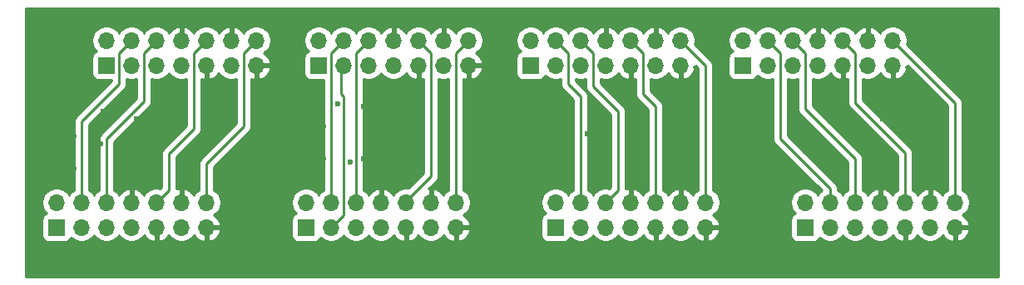
<source format=gbr>
G04 #@! TF.GenerationSoftware,KiCad,Pcbnew,(5.1.5)-3*
G04 #@! TF.CreationDate,2021-06-17T22:22:24-07:00*
G04 #@! TF.ProjectId,Adapter,41646170-7465-4722-9e6b-696361645f70,rev?*
G04 #@! TF.SameCoordinates,Original*
G04 #@! TF.FileFunction,Copper,L2,Bot*
G04 #@! TF.FilePolarity,Positive*
%FSLAX46Y46*%
G04 Gerber Fmt 4.6, Leading zero omitted, Abs format (unit mm)*
G04 Created by KiCad (PCBNEW (5.1.5)-3) date 2021-06-17 22:22:24*
%MOMM*%
%LPD*%
G04 APERTURE LIST*
%ADD10R,1.700000X1.700000*%
%ADD11O,1.700000X1.700000*%
%ADD12C,0.600000*%
%ADD13C,0.250000*%
%ADD14C,0.254000*%
G04 APERTURE END LIST*
D10*
X222250000Y-160655000D03*
D11*
X222250000Y-158115000D03*
X224790000Y-160655000D03*
X224790000Y-158115000D03*
X227330000Y-160655000D03*
X227330000Y-158115000D03*
X229870000Y-160655000D03*
X229870000Y-158115000D03*
X232410000Y-160655000D03*
X232410000Y-158115000D03*
X234950000Y-160655000D03*
X234950000Y-158115000D03*
X237490000Y-160655000D03*
X237490000Y-158115000D03*
X161290000Y-158115000D03*
X161290000Y-160655000D03*
X158750000Y-158115000D03*
X158750000Y-160655000D03*
X156210000Y-158115000D03*
X156210000Y-160655000D03*
X153670000Y-158115000D03*
X153670000Y-160655000D03*
X151130000Y-158115000D03*
X151130000Y-160655000D03*
X148590000Y-158115000D03*
X148590000Y-160655000D03*
X146050000Y-158115000D03*
D10*
X146050000Y-160655000D03*
D11*
X186690000Y-158115000D03*
X186690000Y-160655000D03*
X184150000Y-158115000D03*
X184150000Y-160655000D03*
X181610000Y-158115000D03*
X181610000Y-160655000D03*
X179070000Y-158115000D03*
X179070000Y-160655000D03*
X176530000Y-158115000D03*
X176530000Y-160655000D03*
X173990000Y-158115000D03*
X173990000Y-160655000D03*
X171450000Y-158115000D03*
D10*
X171450000Y-160655000D03*
X196850000Y-160655000D03*
D11*
X196850000Y-158115000D03*
X199390000Y-160655000D03*
X199390000Y-158115000D03*
X201930000Y-160655000D03*
X201930000Y-158115000D03*
X204470000Y-160655000D03*
X204470000Y-158115000D03*
X207010000Y-160655000D03*
X207010000Y-158115000D03*
X209550000Y-160655000D03*
X209550000Y-158115000D03*
X212090000Y-160655000D03*
X212090000Y-158115000D03*
D10*
X172720000Y-144145000D03*
D11*
X172720000Y-141605000D03*
X175260000Y-144145000D03*
X175260000Y-141605000D03*
X177800000Y-144145000D03*
X177800000Y-141605000D03*
X180340000Y-144145000D03*
X180340000Y-141605000D03*
X182880000Y-144145000D03*
X182880000Y-141605000D03*
X185420000Y-144145000D03*
X185420000Y-141605000D03*
X187960000Y-144145000D03*
X187960000Y-141605000D03*
X209550000Y-141605000D03*
X209550000Y-144145000D03*
X207010000Y-141605000D03*
X207010000Y-144145000D03*
X204470000Y-141605000D03*
X204470000Y-144145000D03*
X201930000Y-141605000D03*
X201930000Y-144145000D03*
X199390000Y-141605000D03*
X199390000Y-144145000D03*
X196850000Y-141605000D03*
X196850000Y-144145000D03*
X194310000Y-141605000D03*
D10*
X194310000Y-144145000D03*
D11*
X231140000Y-141605000D03*
X231140000Y-144145000D03*
X228600000Y-141605000D03*
X228600000Y-144145000D03*
X226060000Y-141605000D03*
X226060000Y-144145000D03*
X223520000Y-141605000D03*
X223520000Y-144145000D03*
X220980000Y-141605000D03*
X220980000Y-144145000D03*
X218440000Y-141605000D03*
X218440000Y-144145000D03*
X215900000Y-141605000D03*
D10*
X215900000Y-144145000D03*
X151130000Y-144145000D03*
D11*
X151130000Y-141605000D03*
X153670000Y-144145000D03*
X153670000Y-141605000D03*
X156210000Y-144145000D03*
X156210000Y-141605000D03*
X158750000Y-144145000D03*
X158750000Y-141605000D03*
X161290000Y-144145000D03*
X161290000Y-141605000D03*
X163830000Y-144145000D03*
X163830000Y-141605000D03*
X166370000Y-144145000D03*
X166370000Y-141605000D03*
D12*
X210058000Y-149352000D03*
X210058000Y-152654000D03*
X217678000Y-147828000D03*
X217678000Y-151130000D03*
X224790000Y-146558000D03*
X224790000Y-149860000D03*
X232410000Y-149606000D03*
X230124000Y-152908000D03*
X230124000Y-149606000D03*
X234950000Y-152908000D03*
X234950000Y-149606000D03*
X236474000Y-152908000D03*
X236474000Y-149606000D03*
X238760000Y-141478000D03*
X240538000Y-145034000D03*
X240538000Y-148336000D03*
X240792000Y-152654000D03*
X240792000Y-155956000D03*
X241046000Y-160528000D03*
X241046000Y-163830000D03*
X216916000Y-163322000D03*
X216916000Y-160020000D03*
X192532000Y-162814000D03*
X192532000Y-159512000D03*
X166878000Y-163068000D03*
X166878000Y-159766000D03*
X166878000Y-153924000D03*
X166878000Y-150622000D03*
X192278000Y-152654000D03*
X192278000Y-149352000D03*
X146304000Y-141986000D03*
X146304000Y-138684000D03*
X153924000Y-154940000D03*
X159258000Y-154686000D03*
X147828000Y-151384000D03*
X147828000Y-154686000D03*
X173228000Y-150368000D03*
X173228000Y-153670000D03*
X179070000Y-150114000D03*
X179070000Y-153416000D03*
X196596000Y-153416000D03*
X197866000Y-150368000D03*
X204978000Y-153670000D03*
X204978000Y-150368000D03*
X200025000Y-151130000D03*
X201676000Y-151130000D03*
X198120000Y-148082000D03*
X150495000Y-152146000D03*
X150749000Y-148844000D03*
X162814000Y-147828000D03*
X224028000Y-151892000D03*
X222250000Y-152908000D03*
X181864000Y-152908000D03*
X182372000Y-148082000D03*
X174625000Y-148082000D03*
X177292000Y-148336000D03*
X157226000Y-147066000D03*
X154178000Y-149606000D03*
X158242000Y-151130000D03*
X177292000Y-153670000D03*
X175897470Y-154024941D03*
D13*
X175006000Y-147066000D02*
X175006000Y-144399000D01*
X175260000Y-147320000D02*
X175006000Y-147066000D01*
X173990000Y-160655000D02*
X175260000Y-159385000D01*
X175260000Y-159385000D02*
X175260000Y-147320000D01*
X176530000Y-142875000D02*
X177800000Y-141605000D01*
X176530000Y-158115000D02*
X176530000Y-142875000D01*
X184150000Y-155448000D02*
X184150000Y-142875000D01*
X181610000Y-158115000D02*
X181610000Y-157988000D01*
X184150000Y-142875000D02*
X182880000Y-141605000D01*
X181610000Y-157988000D02*
X184150000Y-155448000D01*
X186690000Y-142875000D02*
X187960000Y-141605000D01*
X186690000Y-158115000D02*
X186690000Y-142875000D01*
X212090000Y-144145000D02*
X209550000Y-141605000D01*
X212090000Y-158115000D02*
X212090000Y-144145000D01*
X205740000Y-142875000D02*
X204470000Y-141605000D01*
X205740000Y-147066000D02*
X205740000Y-142875000D01*
X207010000Y-158115000D02*
X207010000Y-148336000D01*
X207010000Y-148336000D02*
X205740000Y-147066000D01*
X200660000Y-142875000D02*
X199390000Y-141605000D01*
X200660000Y-146304000D02*
X200660000Y-142875000D01*
X203200000Y-148844000D02*
X200660000Y-146304000D01*
X201930000Y-158115000D02*
X203200000Y-156845000D01*
X203200000Y-156845000D02*
X203200000Y-148844000D01*
X237490000Y-147955000D02*
X231140000Y-141605000D01*
X237490000Y-158115000D02*
X237490000Y-147955000D01*
X227330000Y-142875000D02*
X226060000Y-141605000D01*
X232410000Y-158115000D02*
X232410000Y-153035000D01*
X227330000Y-147955000D02*
X227330000Y-142875000D01*
X232410000Y-153035000D02*
X227330000Y-147955000D01*
X222250000Y-142875000D02*
X220980000Y-141605000D01*
X222250000Y-148590000D02*
X222250000Y-142875000D01*
X227330000Y-158115000D02*
X227330000Y-153670000D01*
X227330000Y-153670000D02*
X222250000Y-148590000D01*
X154940000Y-147828000D02*
X154940000Y-142875000D01*
X151130000Y-158115000D02*
X151130000Y-151638000D01*
X154940000Y-142875000D02*
X156210000Y-141605000D01*
X151130000Y-151638000D02*
X154940000Y-147828000D01*
X160020000Y-150622000D02*
X160020000Y-142875000D01*
X157480000Y-153162000D02*
X160020000Y-150622000D01*
X160020000Y-142875000D02*
X161290000Y-141605000D01*
X156210000Y-158115000D02*
X157480000Y-156845000D01*
X157480000Y-156845000D02*
X157480000Y-153162000D01*
X165100000Y-142875000D02*
X166370000Y-141605000D01*
X165100000Y-150368000D02*
X165100000Y-142875000D01*
X161290000Y-158115000D02*
X161290000Y-154178000D01*
X161290000Y-154178000D02*
X165100000Y-150368000D01*
X199390000Y-158115000D02*
X199390000Y-147320000D01*
X199390000Y-147320000D02*
X198120000Y-146050000D01*
X198120000Y-142875000D02*
X196850000Y-141605000D01*
X198120000Y-146050000D02*
X198120000Y-142875000D01*
X219710000Y-142875000D02*
X218440000Y-141605000D01*
X219710000Y-151638000D02*
X219710000Y-142875000D01*
X224790000Y-158115000D02*
X224790000Y-156718000D01*
X224790000Y-156718000D02*
X219710000Y-151638000D01*
X148590000Y-158115000D02*
X148590000Y-149860000D01*
X148590000Y-149860000D02*
X152400000Y-146050000D01*
X152400000Y-142875000D02*
X153670000Y-141605000D01*
X152400000Y-146050000D02*
X152400000Y-142875000D01*
X173990000Y-142875000D02*
X175260000Y-141605000D01*
X173990000Y-158115000D02*
X173990000Y-142875000D01*
D14*
G36*
X241910000Y-165132418D02*
G01*
X241910001Y-165132428D01*
X241910001Y-165710000D01*
X142900000Y-165710000D01*
X142900000Y-159805000D01*
X144561928Y-159805000D01*
X144561928Y-161505000D01*
X144574188Y-161629482D01*
X144610498Y-161749180D01*
X144669463Y-161859494D01*
X144748815Y-161956185D01*
X144845506Y-162035537D01*
X144955820Y-162094502D01*
X145075518Y-162130812D01*
X145200000Y-162143072D01*
X146900000Y-162143072D01*
X147024482Y-162130812D01*
X147144180Y-162094502D01*
X147254494Y-162035537D01*
X147351185Y-161956185D01*
X147430537Y-161859494D01*
X147489502Y-161749180D01*
X147511513Y-161676620D01*
X147643368Y-161808475D01*
X147886589Y-161970990D01*
X148156842Y-162082932D01*
X148443740Y-162140000D01*
X148736260Y-162140000D01*
X149023158Y-162082932D01*
X149293411Y-161970990D01*
X149536632Y-161808475D01*
X149743475Y-161601632D01*
X149860000Y-161427240D01*
X149976525Y-161601632D01*
X150183368Y-161808475D01*
X150426589Y-161970990D01*
X150696842Y-162082932D01*
X150983740Y-162140000D01*
X151276260Y-162140000D01*
X151563158Y-162082932D01*
X151833411Y-161970990D01*
X152076632Y-161808475D01*
X152283475Y-161601632D01*
X152400000Y-161427240D01*
X152516525Y-161601632D01*
X152723368Y-161808475D01*
X152966589Y-161970990D01*
X153236842Y-162082932D01*
X153523740Y-162140000D01*
X153816260Y-162140000D01*
X154103158Y-162082932D01*
X154373411Y-161970990D01*
X154616632Y-161808475D01*
X154823475Y-161601632D01*
X154945195Y-161419466D01*
X155014822Y-161536355D01*
X155209731Y-161752588D01*
X155443080Y-161926641D01*
X155705901Y-162051825D01*
X155853110Y-162096476D01*
X156083000Y-161975155D01*
X156083000Y-160782000D01*
X156063000Y-160782000D01*
X156063000Y-160528000D01*
X156083000Y-160528000D01*
X156083000Y-160508000D01*
X156337000Y-160508000D01*
X156337000Y-160528000D01*
X156357000Y-160528000D01*
X156357000Y-160782000D01*
X156337000Y-160782000D01*
X156337000Y-161975155D01*
X156566890Y-162096476D01*
X156714099Y-162051825D01*
X156976920Y-161926641D01*
X157210269Y-161752588D01*
X157405178Y-161536355D01*
X157474805Y-161419466D01*
X157596525Y-161601632D01*
X157803368Y-161808475D01*
X158046589Y-161970990D01*
X158316842Y-162082932D01*
X158603740Y-162140000D01*
X158896260Y-162140000D01*
X159183158Y-162082932D01*
X159453411Y-161970990D01*
X159696632Y-161808475D01*
X159903475Y-161601632D01*
X160025195Y-161419466D01*
X160094822Y-161536355D01*
X160289731Y-161752588D01*
X160523080Y-161926641D01*
X160785901Y-162051825D01*
X160933110Y-162096476D01*
X161163000Y-161975155D01*
X161163000Y-160782000D01*
X161417000Y-160782000D01*
X161417000Y-161975155D01*
X161646890Y-162096476D01*
X161794099Y-162051825D01*
X162056920Y-161926641D01*
X162290269Y-161752588D01*
X162485178Y-161536355D01*
X162634157Y-161286252D01*
X162731481Y-161011891D01*
X162610814Y-160782000D01*
X161417000Y-160782000D01*
X161163000Y-160782000D01*
X161143000Y-160782000D01*
X161143000Y-160528000D01*
X161163000Y-160528000D01*
X161163000Y-160508000D01*
X161417000Y-160508000D01*
X161417000Y-160528000D01*
X162610814Y-160528000D01*
X162731481Y-160298109D01*
X162634157Y-160023748D01*
X162503856Y-159805000D01*
X169961928Y-159805000D01*
X169961928Y-161505000D01*
X169974188Y-161629482D01*
X170010498Y-161749180D01*
X170069463Y-161859494D01*
X170148815Y-161956185D01*
X170245506Y-162035537D01*
X170355820Y-162094502D01*
X170475518Y-162130812D01*
X170600000Y-162143072D01*
X172300000Y-162143072D01*
X172424482Y-162130812D01*
X172544180Y-162094502D01*
X172654494Y-162035537D01*
X172751185Y-161956185D01*
X172830537Y-161859494D01*
X172889502Y-161749180D01*
X172911513Y-161676620D01*
X173043368Y-161808475D01*
X173286589Y-161970990D01*
X173556842Y-162082932D01*
X173843740Y-162140000D01*
X174136260Y-162140000D01*
X174423158Y-162082932D01*
X174693411Y-161970990D01*
X174936632Y-161808475D01*
X175143475Y-161601632D01*
X175260000Y-161427240D01*
X175376525Y-161601632D01*
X175583368Y-161808475D01*
X175826589Y-161970990D01*
X176096842Y-162082932D01*
X176383740Y-162140000D01*
X176676260Y-162140000D01*
X176963158Y-162082932D01*
X177233411Y-161970990D01*
X177476632Y-161808475D01*
X177683475Y-161601632D01*
X177800000Y-161427240D01*
X177916525Y-161601632D01*
X178123368Y-161808475D01*
X178366589Y-161970990D01*
X178636842Y-162082932D01*
X178923740Y-162140000D01*
X179216260Y-162140000D01*
X179503158Y-162082932D01*
X179773411Y-161970990D01*
X180016632Y-161808475D01*
X180223475Y-161601632D01*
X180345195Y-161419466D01*
X180414822Y-161536355D01*
X180609731Y-161752588D01*
X180843080Y-161926641D01*
X181105901Y-162051825D01*
X181253110Y-162096476D01*
X181483000Y-161975155D01*
X181483000Y-160782000D01*
X181463000Y-160782000D01*
X181463000Y-160528000D01*
X181483000Y-160528000D01*
X181483000Y-160508000D01*
X181737000Y-160508000D01*
X181737000Y-160528000D01*
X181757000Y-160528000D01*
X181757000Y-160782000D01*
X181737000Y-160782000D01*
X181737000Y-161975155D01*
X181966890Y-162096476D01*
X182114099Y-162051825D01*
X182376920Y-161926641D01*
X182610269Y-161752588D01*
X182805178Y-161536355D01*
X182874805Y-161419466D01*
X182996525Y-161601632D01*
X183203368Y-161808475D01*
X183446589Y-161970990D01*
X183716842Y-162082932D01*
X184003740Y-162140000D01*
X184296260Y-162140000D01*
X184583158Y-162082932D01*
X184853411Y-161970990D01*
X185096632Y-161808475D01*
X185303475Y-161601632D01*
X185425195Y-161419466D01*
X185494822Y-161536355D01*
X185689731Y-161752588D01*
X185923080Y-161926641D01*
X186185901Y-162051825D01*
X186333110Y-162096476D01*
X186563000Y-161975155D01*
X186563000Y-160782000D01*
X186817000Y-160782000D01*
X186817000Y-161975155D01*
X187046890Y-162096476D01*
X187194099Y-162051825D01*
X187456920Y-161926641D01*
X187690269Y-161752588D01*
X187885178Y-161536355D01*
X188034157Y-161286252D01*
X188131481Y-161011891D01*
X188010814Y-160782000D01*
X186817000Y-160782000D01*
X186563000Y-160782000D01*
X186543000Y-160782000D01*
X186543000Y-160528000D01*
X186563000Y-160528000D01*
X186563000Y-160508000D01*
X186817000Y-160508000D01*
X186817000Y-160528000D01*
X188010814Y-160528000D01*
X188131481Y-160298109D01*
X188034157Y-160023748D01*
X187885178Y-159773645D01*
X187690269Y-159557412D01*
X187460594Y-159386100D01*
X187636632Y-159268475D01*
X187843475Y-159061632D01*
X188005990Y-158818411D01*
X188117932Y-158548158D01*
X188175000Y-158261260D01*
X188175000Y-157968740D01*
X188117932Y-157681842D01*
X188005990Y-157411589D01*
X187843475Y-157168368D01*
X187636632Y-156961525D01*
X187450000Y-156836822D01*
X187450000Y-145539014D01*
X187455901Y-145541825D01*
X187603110Y-145586476D01*
X187833000Y-145465155D01*
X187833000Y-144272000D01*
X188087000Y-144272000D01*
X188087000Y-145465155D01*
X188316890Y-145586476D01*
X188464099Y-145541825D01*
X188726920Y-145416641D01*
X188960269Y-145242588D01*
X189155178Y-145026355D01*
X189304157Y-144776252D01*
X189401481Y-144501891D01*
X189280814Y-144272000D01*
X188087000Y-144272000D01*
X187833000Y-144272000D01*
X187813000Y-144272000D01*
X187813000Y-144018000D01*
X187833000Y-144018000D01*
X187833000Y-143998000D01*
X188087000Y-143998000D01*
X188087000Y-144018000D01*
X189280814Y-144018000D01*
X189401481Y-143788109D01*
X189304157Y-143513748D01*
X189173856Y-143295000D01*
X192821928Y-143295000D01*
X192821928Y-144995000D01*
X192834188Y-145119482D01*
X192870498Y-145239180D01*
X192929463Y-145349494D01*
X193008815Y-145446185D01*
X193105506Y-145525537D01*
X193215820Y-145584502D01*
X193335518Y-145620812D01*
X193460000Y-145633072D01*
X195160000Y-145633072D01*
X195284482Y-145620812D01*
X195404180Y-145584502D01*
X195514494Y-145525537D01*
X195611185Y-145446185D01*
X195690537Y-145349494D01*
X195749502Y-145239180D01*
X195771513Y-145166620D01*
X195903368Y-145298475D01*
X196146589Y-145460990D01*
X196416842Y-145572932D01*
X196703740Y-145630000D01*
X196996260Y-145630000D01*
X197283158Y-145572932D01*
X197360000Y-145541103D01*
X197360000Y-146012677D01*
X197356324Y-146050000D01*
X197360000Y-146087322D01*
X197360000Y-146087332D01*
X197370997Y-146198985D01*
X197406795Y-146316998D01*
X197414454Y-146342246D01*
X197485026Y-146474276D01*
X197507944Y-146502201D01*
X197579999Y-146590001D01*
X197609003Y-146613804D01*
X198630001Y-147634803D01*
X198630000Y-156836821D01*
X198443368Y-156961525D01*
X198236525Y-157168368D01*
X198120000Y-157342760D01*
X198003475Y-157168368D01*
X197796632Y-156961525D01*
X197553411Y-156799010D01*
X197283158Y-156687068D01*
X196996260Y-156630000D01*
X196703740Y-156630000D01*
X196416842Y-156687068D01*
X196146589Y-156799010D01*
X195903368Y-156961525D01*
X195696525Y-157168368D01*
X195534010Y-157411589D01*
X195422068Y-157681842D01*
X195365000Y-157968740D01*
X195365000Y-158261260D01*
X195422068Y-158548158D01*
X195534010Y-158818411D01*
X195696525Y-159061632D01*
X195828380Y-159193487D01*
X195755820Y-159215498D01*
X195645506Y-159274463D01*
X195548815Y-159353815D01*
X195469463Y-159450506D01*
X195410498Y-159560820D01*
X195374188Y-159680518D01*
X195361928Y-159805000D01*
X195361928Y-161505000D01*
X195374188Y-161629482D01*
X195410498Y-161749180D01*
X195469463Y-161859494D01*
X195548815Y-161956185D01*
X195645506Y-162035537D01*
X195755820Y-162094502D01*
X195875518Y-162130812D01*
X196000000Y-162143072D01*
X197700000Y-162143072D01*
X197824482Y-162130812D01*
X197944180Y-162094502D01*
X198054494Y-162035537D01*
X198151185Y-161956185D01*
X198230537Y-161859494D01*
X198289502Y-161749180D01*
X198311513Y-161676620D01*
X198443368Y-161808475D01*
X198686589Y-161970990D01*
X198956842Y-162082932D01*
X199243740Y-162140000D01*
X199536260Y-162140000D01*
X199823158Y-162082932D01*
X200093411Y-161970990D01*
X200336632Y-161808475D01*
X200543475Y-161601632D01*
X200660000Y-161427240D01*
X200776525Y-161601632D01*
X200983368Y-161808475D01*
X201226589Y-161970990D01*
X201496842Y-162082932D01*
X201783740Y-162140000D01*
X202076260Y-162140000D01*
X202363158Y-162082932D01*
X202633411Y-161970990D01*
X202876632Y-161808475D01*
X203083475Y-161601632D01*
X203200000Y-161427240D01*
X203316525Y-161601632D01*
X203523368Y-161808475D01*
X203766589Y-161970990D01*
X204036842Y-162082932D01*
X204323740Y-162140000D01*
X204616260Y-162140000D01*
X204903158Y-162082932D01*
X205173411Y-161970990D01*
X205416632Y-161808475D01*
X205623475Y-161601632D01*
X205745195Y-161419466D01*
X205814822Y-161536355D01*
X206009731Y-161752588D01*
X206243080Y-161926641D01*
X206505901Y-162051825D01*
X206653110Y-162096476D01*
X206883000Y-161975155D01*
X206883000Y-160782000D01*
X206863000Y-160782000D01*
X206863000Y-160528000D01*
X206883000Y-160528000D01*
X206883000Y-160508000D01*
X207137000Y-160508000D01*
X207137000Y-160528000D01*
X207157000Y-160528000D01*
X207157000Y-160782000D01*
X207137000Y-160782000D01*
X207137000Y-161975155D01*
X207366890Y-162096476D01*
X207514099Y-162051825D01*
X207776920Y-161926641D01*
X208010269Y-161752588D01*
X208205178Y-161536355D01*
X208274805Y-161419466D01*
X208396525Y-161601632D01*
X208603368Y-161808475D01*
X208846589Y-161970990D01*
X209116842Y-162082932D01*
X209403740Y-162140000D01*
X209696260Y-162140000D01*
X209983158Y-162082932D01*
X210253411Y-161970990D01*
X210496632Y-161808475D01*
X210703475Y-161601632D01*
X210825195Y-161419466D01*
X210894822Y-161536355D01*
X211089731Y-161752588D01*
X211323080Y-161926641D01*
X211585901Y-162051825D01*
X211733110Y-162096476D01*
X211963000Y-161975155D01*
X211963000Y-160782000D01*
X212217000Y-160782000D01*
X212217000Y-161975155D01*
X212446890Y-162096476D01*
X212594099Y-162051825D01*
X212856920Y-161926641D01*
X213090269Y-161752588D01*
X213285178Y-161536355D01*
X213434157Y-161286252D01*
X213531481Y-161011891D01*
X213410814Y-160782000D01*
X212217000Y-160782000D01*
X211963000Y-160782000D01*
X211943000Y-160782000D01*
X211943000Y-160528000D01*
X211963000Y-160528000D01*
X211963000Y-160508000D01*
X212217000Y-160508000D01*
X212217000Y-160528000D01*
X213410814Y-160528000D01*
X213531481Y-160298109D01*
X213434157Y-160023748D01*
X213285178Y-159773645D01*
X213090269Y-159557412D01*
X212860594Y-159386100D01*
X213036632Y-159268475D01*
X213243475Y-159061632D01*
X213405990Y-158818411D01*
X213517932Y-158548158D01*
X213575000Y-158261260D01*
X213575000Y-157968740D01*
X213517932Y-157681842D01*
X213405990Y-157411589D01*
X213243475Y-157168368D01*
X213036632Y-156961525D01*
X212850000Y-156836822D01*
X212850000Y-144182322D01*
X212853676Y-144144999D01*
X212850000Y-144107676D01*
X212850000Y-144107667D01*
X212839003Y-143996014D01*
X212795546Y-143852753D01*
X212724974Y-143720724D01*
X212666930Y-143649997D01*
X212653799Y-143633996D01*
X212653795Y-143633992D01*
X212630001Y-143604999D01*
X212601008Y-143581205D01*
X212314803Y-143295000D01*
X214411928Y-143295000D01*
X214411928Y-144995000D01*
X214424188Y-145119482D01*
X214460498Y-145239180D01*
X214519463Y-145349494D01*
X214598815Y-145446185D01*
X214695506Y-145525537D01*
X214805820Y-145584502D01*
X214925518Y-145620812D01*
X215050000Y-145633072D01*
X216750000Y-145633072D01*
X216874482Y-145620812D01*
X216994180Y-145584502D01*
X217104494Y-145525537D01*
X217201185Y-145446185D01*
X217280537Y-145349494D01*
X217339502Y-145239180D01*
X217361513Y-145166620D01*
X217493368Y-145298475D01*
X217736589Y-145460990D01*
X218006842Y-145572932D01*
X218293740Y-145630000D01*
X218586260Y-145630000D01*
X218873158Y-145572932D01*
X218950001Y-145541103D01*
X218950000Y-151600678D01*
X218946324Y-151638000D01*
X218950000Y-151675322D01*
X218950000Y-151675332D01*
X218960997Y-151786985D01*
X219004454Y-151930246D01*
X219075026Y-152062276D01*
X219114871Y-152110826D01*
X219169999Y-152178001D01*
X219199003Y-152201804D01*
X223912518Y-156915320D01*
X223843368Y-156961525D01*
X223636525Y-157168368D01*
X223520000Y-157342760D01*
X223403475Y-157168368D01*
X223196632Y-156961525D01*
X222953411Y-156799010D01*
X222683158Y-156687068D01*
X222396260Y-156630000D01*
X222103740Y-156630000D01*
X221816842Y-156687068D01*
X221546589Y-156799010D01*
X221303368Y-156961525D01*
X221096525Y-157168368D01*
X220934010Y-157411589D01*
X220822068Y-157681842D01*
X220765000Y-157968740D01*
X220765000Y-158261260D01*
X220822068Y-158548158D01*
X220934010Y-158818411D01*
X221096525Y-159061632D01*
X221228380Y-159193487D01*
X221155820Y-159215498D01*
X221045506Y-159274463D01*
X220948815Y-159353815D01*
X220869463Y-159450506D01*
X220810498Y-159560820D01*
X220774188Y-159680518D01*
X220761928Y-159805000D01*
X220761928Y-161505000D01*
X220774188Y-161629482D01*
X220810498Y-161749180D01*
X220869463Y-161859494D01*
X220948815Y-161956185D01*
X221045506Y-162035537D01*
X221155820Y-162094502D01*
X221275518Y-162130812D01*
X221400000Y-162143072D01*
X223100000Y-162143072D01*
X223224482Y-162130812D01*
X223344180Y-162094502D01*
X223454494Y-162035537D01*
X223551185Y-161956185D01*
X223630537Y-161859494D01*
X223689502Y-161749180D01*
X223711513Y-161676620D01*
X223843368Y-161808475D01*
X224086589Y-161970990D01*
X224356842Y-162082932D01*
X224643740Y-162140000D01*
X224936260Y-162140000D01*
X225223158Y-162082932D01*
X225493411Y-161970990D01*
X225736632Y-161808475D01*
X225943475Y-161601632D01*
X226060000Y-161427240D01*
X226176525Y-161601632D01*
X226383368Y-161808475D01*
X226626589Y-161970990D01*
X226896842Y-162082932D01*
X227183740Y-162140000D01*
X227476260Y-162140000D01*
X227763158Y-162082932D01*
X228033411Y-161970990D01*
X228276632Y-161808475D01*
X228483475Y-161601632D01*
X228600000Y-161427240D01*
X228716525Y-161601632D01*
X228923368Y-161808475D01*
X229166589Y-161970990D01*
X229436842Y-162082932D01*
X229723740Y-162140000D01*
X230016260Y-162140000D01*
X230303158Y-162082932D01*
X230573411Y-161970990D01*
X230816632Y-161808475D01*
X231023475Y-161601632D01*
X231145195Y-161419466D01*
X231214822Y-161536355D01*
X231409731Y-161752588D01*
X231643080Y-161926641D01*
X231905901Y-162051825D01*
X232053110Y-162096476D01*
X232283000Y-161975155D01*
X232283000Y-160782000D01*
X232263000Y-160782000D01*
X232263000Y-160528000D01*
X232283000Y-160528000D01*
X232283000Y-160508000D01*
X232537000Y-160508000D01*
X232537000Y-160528000D01*
X232557000Y-160528000D01*
X232557000Y-160782000D01*
X232537000Y-160782000D01*
X232537000Y-161975155D01*
X232766890Y-162096476D01*
X232914099Y-162051825D01*
X233176920Y-161926641D01*
X233410269Y-161752588D01*
X233605178Y-161536355D01*
X233674805Y-161419466D01*
X233796525Y-161601632D01*
X234003368Y-161808475D01*
X234246589Y-161970990D01*
X234516842Y-162082932D01*
X234803740Y-162140000D01*
X235096260Y-162140000D01*
X235383158Y-162082932D01*
X235653411Y-161970990D01*
X235896632Y-161808475D01*
X236103475Y-161601632D01*
X236225195Y-161419466D01*
X236294822Y-161536355D01*
X236489731Y-161752588D01*
X236723080Y-161926641D01*
X236985901Y-162051825D01*
X237133110Y-162096476D01*
X237363000Y-161975155D01*
X237363000Y-160782000D01*
X237617000Y-160782000D01*
X237617000Y-161975155D01*
X237846890Y-162096476D01*
X237994099Y-162051825D01*
X238256920Y-161926641D01*
X238490269Y-161752588D01*
X238685178Y-161536355D01*
X238834157Y-161286252D01*
X238931481Y-161011891D01*
X238810814Y-160782000D01*
X237617000Y-160782000D01*
X237363000Y-160782000D01*
X237343000Y-160782000D01*
X237343000Y-160528000D01*
X237363000Y-160528000D01*
X237363000Y-160508000D01*
X237617000Y-160508000D01*
X237617000Y-160528000D01*
X238810814Y-160528000D01*
X238931481Y-160298109D01*
X238834157Y-160023748D01*
X238685178Y-159773645D01*
X238490269Y-159557412D01*
X238260594Y-159386100D01*
X238436632Y-159268475D01*
X238643475Y-159061632D01*
X238805990Y-158818411D01*
X238917932Y-158548158D01*
X238975000Y-158261260D01*
X238975000Y-157968740D01*
X238917932Y-157681842D01*
X238805990Y-157411589D01*
X238643475Y-157168368D01*
X238436632Y-156961525D01*
X238250000Y-156836822D01*
X238250000Y-147992322D01*
X238253676Y-147954999D01*
X238250000Y-147917676D01*
X238250000Y-147917667D01*
X238239003Y-147806014D01*
X238195546Y-147662753D01*
X238155053Y-147586997D01*
X238124974Y-147530723D01*
X238053799Y-147443997D01*
X238030001Y-147414999D01*
X238001003Y-147391201D01*
X232581209Y-141971408D01*
X232625000Y-141751260D01*
X232625000Y-141458740D01*
X232567932Y-141171842D01*
X232455990Y-140901589D01*
X232293475Y-140658368D01*
X232086632Y-140451525D01*
X231843411Y-140289010D01*
X231573158Y-140177068D01*
X231286260Y-140120000D01*
X230993740Y-140120000D01*
X230706842Y-140177068D01*
X230436589Y-140289010D01*
X230193368Y-140451525D01*
X229986525Y-140658368D01*
X229864805Y-140840534D01*
X229795178Y-140723645D01*
X229600269Y-140507412D01*
X229366920Y-140333359D01*
X229104099Y-140208175D01*
X228956890Y-140163524D01*
X228727000Y-140284845D01*
X228727000Y-141478000D01*
X228747000Y-141478000D01*
X228747000Y-141732000D01*
X228727000Y-141732000D01*
X228727000Y-141752000D01*
X228473000Y-141752000D01*
X228473000Y-141732000D01*
X228453000Y-141732000D01*
X228453000Y-141478000D01*
X228473000Y-141478000D01*
X228473000Y-140284845D01*
X228243110Y-140163524D01*
X228095901Y-140208175D01*
X227833080Y-140333359D01*
X227599731Y-140507412D01*
X227404822Y-140723645D01*
X227335195Y-140840534D01*
X227213475Y-140658368D01*
X227006632Y-140451525D01*
X226763411Y-140289010D01*
X226493158Y-140177068D01*
X226206260Y-140120000D01*
X225913740Y-140120000D01*
X225626842Y-140177068D01*
X225356589Y-140289010D01*
X225113368Y-140451525D01*
X224906525Y-140658368D01*
X224784805Y-140840534D01*
X224715178Y-140723645D01*
X224520269Y-140507412D01*
X224286920Y-140333359D01*
X224024099Y-140208175D01*
X223876890Y-140163524D01*
X223647000Y-140284845D01*
X223647000Y-141478000D01*
X223667000Y-141478000D01*
X223667000Y-141732000D01*
X223647000Y-141732000D01*
X223647000Y-141752000D01*
X223393000Y-141752000D01*
X223393000Y-141732000D01*
X223373000Y-141732000D01*
X223373000Y-141478000D01*
X223393000Y-141478000D01*
X223393000Y-140284845D01*
X223163110Y-140163524D01*
X223015901Y-140208175D01*
X222753080Y-140333359D01*
X222519731Y-140507412D01*
X222324822Y-140723645D01*
X222255195Y-140840534D01*
X222133475Y-140658368D01*
X221926632Y-140451525D01*
X221683411Y-140289010D01*
X221413158Y-140177068D01*
X221126260Y-140120000D01*
X220833740Y-140120000D01*
X220546842Y-140177068D01*
X220276589Y-140289010D01*
X220033368Y-140451525D01*
X219826525Y-140658368D01*
X219710000Y-140832760D01*
X219593475Y-140658368D01*
X219386632Y-140451525D01*
X219143411Y-140289010D01*
X218873158Y-140177068D01*
X218586260Y-140120000D01*
X218293740Y-140120000D01*
X218006842Y-140177068D01*
X217736589Y-140289010D01*
X217493368Y-140451525D01*
X217286525Y-140658368D01*
X217170000Y-140832760D01*
X217053475Y-140658368D01*
X216846632Y-140451525D01*
X216603411Y-140289010D01*
X216333158Y-140177068D01*
X216046260Y-140120000D01*
X215753740Y-140120000D01*
X215466842Y-140177068D01*
X215196589Y-140289010D01*
X214953368Y-140451525D01*
X214746525Y-140658368D01*
X214584010Y-140901589D01*
X214472068Y-141171842D01*
X214415000Y-141458740D01*
X214415000Y-141751260D01*
X214472068Y-142038158D01*
X214584010Y-142308411D01*
X214746525Y-142551632D01*
X214878380Y-142683487D01*
X214805820Y-142705498D01*
X214695506Y-142764463D01*
X214598815Y-142843815D01*
X214519463Y-142940506D01*
X214460498Y-143050820D01*
X214424188Y-143170518D01*
X214411928Y-143295000D01*
X212314803Y-143295000D01*
X210991210Y-141971408D01*
X211035000Y-141751260D01*
X211035000Y-141458740D01*
X210977932Y-141171842D01*
X210865990Y-140901589D01*
X210703475Y-140658368D01*
X210496632Y-140451525D01*
X210253411Y-140289010D01*
X209983158Y-140177068D01*
X209696260Y-140120000D01*
X209403740Y-140120000D01*
X209116842Y-140177068D01*
X208846589Y-140289010D01*
X208603368Y-140451525D01*
X208396525Y-140658368D01*
X208274805Y-140840534D01*
X208205178Y-140723645D01*
X208010269Y-140507412D01*
X207776920Y-140333359D01*
X207514099Y-140208175D01*
X207366890Y-140163524D01*
X207137000Y-140284845D01*
X207137000Y-141478000D01*
X207157000Y-141478000D01*
X207157000Y-141732000D01*
X207137000Y-141732000D01*
X207137000Y-141752000D01*
X206883000Y-141752000D01*
X206883000Y-141732000D01*
X206863000Y-141732000D01*
X206863000Y-141478000D01*
X206883000Y-141478000D01*
X206883000Y-140284845D01*
X206653110Y-140163524D01*
X206505901Y-140208175D01*
X206243080Y-140333359D01*
X206009731Y-140507412D01*
X205814822Y-140723645D01*
X205745195Y-140840534D01*
X205623475Y-140658368D01*
X205416632Y-140451525D01*
X205173411Y-140289010D01*
X204903158Y-140177068D01*
X204616260Y-140120000D01*
X204323740Y-140120000D01*
X204036842Y-140177068D01*
X203766589Y-140289010D01*
X203523368Y-140451525D01*
X203316525Y-140658368D01*
X203194805Y-140840534D01*
X203125178Y-140723645D01*
X202930269Y-140507412D01*
X202696920Y-140333359D01*
X202434099Y-140208175D01*
X202286890Y-140163524D01*
X202057000Y-140284845D01*
X202057000Y-141478000D01*
X202077000Y-141478000D01*
X202077000Y-141732000D01*
X202057000Y-141732000D01*
X202057000Y-141752000D01*
X201803000Y-141752000D01*
X201803000Y-141732000D01*
X201783000Y-141732000D01*
X201783000Y-141478000D01*
X201803000Y-141478000D01*
X201803000Y-140284845D01*
X201573110Y-140163524D01*
X201425901Y-140208175D01*
X201163080Y-140333359D01*
X200929731Y-140507412D01*
X200734822Y-140723645D01*
X200665195Y-140840534D01*
X200543475Y-140658368D01*
X200336632Y-140451525D01*
X200093411Y-140289010D01*
X199823158Y-140177068D01*
X199536260Y-140120000D01*
X199243740Y-140120000D01*
X198956842Y-140177068D01*
X198686589Y-140289010D01*
X198443368Y-140451525D01*
X198236525Y-140658368D01*
X198120000Y-140832760D01*
X198003475Y-140658368D01*
X197796632Y-140451525D01*
X197553411Y-140289010D01*
X197283158Y-140177068D01*
X196996260Y-140120000D01*
X196703740Y-140120000D01*
X196416842Y-140177068D01*
X196146589Y-140289010D01*
X195903368Y-140451525D01*
X195696525Y-140658368D01*
X195580000Y-140832760D01*
X195463475Y-140658368D01*
X195256632Y-140451525D01*
X195013411Y-140289010D01*
X194743158Y-140177068D01*
X194456260Y-140120000D01*
X194163740Y-140120000D01*
X193876842Y-140177068D01*
X193606589Y-140289010D01*
X193363368Y-140451525D01*
X193156525Y-140658368D01*
X192994010Y-140901589D01*
X192882068Y-141171842D01*
X192825000Y-141458740D01*
X192825000Y-141751260D01*
X192882068Y-142038158D01*
X192994010Y-142308411D01*
X193156525Y-142551632D01*
X193288380Y-142683487D01*
X193215820Y-142705498D01*
X193105506Y-142764463D01*
X193008815Y-142843815D01*
X192929463Y-142940506D01*
X192870498Y-143050820D01*
X192834188Y-143170518D01*
X192821928Y-143295000D01*
X189173856Y-143295000D01*
X189155178Y-143263645D01*
X188960269Y-143047412D01*
X188730594Y-142876100D01*
X188906632Y-142758475D01*
X189113475Y-142551632D01*
X189275990Y-142308411D01*
X189387932Y-142038158D01*
X189445000Y-141751260D01*
X189445000Y-141458740D01*
X189387932Y-141171842D01*
X189275990Y-140901589D01*
X189113475Y-140658368D01*
X188906632Y-140451525D01*
X188663411Y-140289010D01*
X188393158Y-140177068D01*
X188106260Y-140120000D01*
X187813740Y-140120000D01*
X187526842Y-140177068D01*
X187256589Y-140289010D01*
X187013368Y-140451525D01*
X186806525Y-140658368D01*
X186684805Y-140840534D01*
X186615178Y-140723645D01*
X186420269Y-140507412D01*
X186186920Y-140333359D01*
X185924099Y-140208175D01*
X185776890Y-140163524D01*
X185547000Y-140284845D01*
X185547000Y-141478000D01*
X185567000Y-141478000D01*
X185567000Y-141732000D01*
X185547000Y-141732000D01*
X185547000Y-141752000D01*
X185293000Y-141752000D01*
X185293000Y-141732000D01*
X185273000Y-141732000D01*
X185273000Y-141478000D01*
X185293000Y-141478000D01*
X185293000Y-140284845D01*
X185063110Y-140163524D01*
X184915901Y-140208175D01*
X184653080Y-140333359D01*
X184419731Y-140507412D01*
X184224822Y-140723645D01*
X184155195Y-140840534D01*
X184033475Y-140658368D01*
X183826632Y-140451525D01*
X183583411Y-140289010D01*
X183313158Y-140177068D01*
X183026260Y-140120000D01*
X182733740Y-140120000D01*
X182446842Y-140177068D01*
X182176589Y-140289010D01*
X181933368Y-140451525D01*
X181726525Y-140658368D01*
X181604805Y-140840534D01*
X181535178Y-140723645D01*
X181340269Y-140507412D01*
X181106920Y-140333359D01*
X180844099Y-140208175D01*
X180696890Y-140163524D01*
X180467000Y-140284845D01*
X180467000Y-141478000D01*
X180487000Y-141478000D01*
X180487000Y-141732000D01*
X180467000Y-141732000D01*
X180467000Y-141752000D01*
X180213000Y-141752000D01*
X180213000Y-141732000D01*
X180193000Y-141732000D01*
X180193000Y-141478000D01*
X180213000Y-141478000D01*
X180213000Y-140284845D01*
X179983110Y-140163524D01*
X179835901Y-140208175D01*
X179573080Y-140333359D01*
X179339731Y-140507412D01*
X179144822Y-140723645D01*
X179075195Y-140840534D01*
X178953475Y-140658368D01*
X178746632Y-140451525D01*
X178503411Y-140289010D01*
X178233158Y-140177068D01*
X177946260Y-140120000D01*
X177653740Y-140120000D01*
X177366842Y-140177068D01*
X177096589Y-140289010D01*
X176853368Y-140451525D01*
X176646525Y-140658368D01*
X176530000Y-140832760D01*
X176413475Y-140658368D01*
X176206632Y-140451525D01*
X175963411Y-140289010D01*
X175693158Y-140177068D01*
X175406260Y-140120000D01*
X175113740Y-140120000D01*
X174826842Y-140177068D01*
X174556589Y-140289010D01*
X174313368Y-140451525D01*
X174106525Y-140658368D01*
X173990000Y-140832760D01*
X173873475Y-140658368D01*
X173666632Y-140451525D01*
X173423411Y-140289010D01*
X173153158Y-140177068D01*
X172866260Y-140120000D01*
X172573740Y-140120000D01*
X172286842Y-140177068D01*
X172016589Y-140289010D01*
X171773368Y-140451525D01*
X171566525Y-140658368D01*
X171404010Y-140901589D01*
X171292068Y-141171842D01*
X171235000Y-141458740D01*
X171235000Y-141751260D01*
X171292068Y-142038158D01*
X171404010Y-142308411D01*
X171566525Y-142551632D01*
X171698380Y-142683487D01*
X171625820Y-142705498D01*
X171515506Y-142764463D01*
X171418815Y-142843815D01*
X171339463Y-142940506D01*
X171280498Y-143050820D01*
X171244188Y-143170518D01*
X171231928Y-143295000D01*
X171231928Y-144995000D01*
X171244188Y-145119482D01*
X171280498Y-145239180D01*
X171339463Y-145349494D01*
X171418815Y-145446185D01*
X171515506Y-145525537D01*
X171625820Y-145584502D01*
X171745518Y-145620812D01*
X171870000Y-145633072D01*
X173230001Y-145633072D01*
X173230000Y-156836821D01*
X173043368Y-156961525D01*
X172836525Y-157168368D01*
X172720000Y-157342760D01*
X172603475Y-157168368D01*
X172396632Y-156961525D01*
X172153411Y-156799010D01*
X171883158Y-156687068D01*
X171596260Y-156630000D01*
X171303740Y-156630000D01*
X171016842Y-156687068D01*
X170746589Y-156799010D01*
X170503368Y-156961525D01*
X170296525Y-157168368D01*
X170134010Y-157411589D01*
X170022068Y-157681842D01*
X169965000Y-157968740D01*
X169965000Y-158261260D01*
X170022068Y-158548158D01*
X170134010Y-158818411D01*
X170296525Y-159061632D01*
X170428380Y-159193487D01*
X170355820Y-159215498D01*
X170245506Y-159274463D01*
X170148815Y-159353815D01*
X170069463Y-159450506D01*
X170010498Y-159560820D01*
X169974188Y-159680518D01*
X169961928Y-159805000D01*
X162503856Y-159805000D01*
X162485178Y-159773645D01*
X162290269Y-159557412D01*
X162060594Y-159386100D01*
X162236632Y-159268475D01*
X162443475Y-159061632D01*
X162605990Y-158818411D01*
X162717932Y-158548158D01*
X162775000Y-158261260D01*
X162775000Y-157968740D01*
X162717932Y-157681842D01*
X162605990Y-157411589D01*
X162443475Y-157168368D01*
X162236632Y-156961525D01*
X162050000Y-156836822D01*
X162050000Y-154492801D01*
X165611004Y-150931798D01*
X165640001Y-150908001D01*
X165734974Y-150792276D01*
X165805546Y-150660247D01*
X165849003Y-150516986D01*
X165860000Y-150405333D01*
X165860000Y-150405325D01*
X165863676Y-150368000D01*
X165860000Y-150330675D01*
X165860000Y-145539014D01*
X165865901Y-145541825D01*
X166013110Y-145586476D01*
X166243000Y-145465155D01*
X166243000Y-144272000D01*
X166497000Y-144272000D01*
X166497000Y-145465155D01*
X166726890Y-145586476D01*
X166874099Y-145541825D01*
X167136920Y-145416641D01*
X167370269Y-145242588D01*
X167565178Y-145026355D01*
X167714157Y-144776252D01*
X167811481Y-144501891D01*
X167690814Y-144272000D01*
X166497000Y-144272000D01*
X166243000Y-144272000D01*
X166223000Y-144272000D01*
X166223000Y-144018000D01*
X166243000Y-144018000D01*
X166243000Y-143998000D01*
X166497000Y-143998000D01*
X166497000Y-144018000D01*
X167690814Y-144018000D01*
X167811481Y-143788109D01*
X167714157Y-143513748D01*
X167565178Y-143263645D01*
X167370269Y-143047412D01*
X167140594Y-142876100D01*
X167316632Y-142758475D01*
X167523475Y-142551632D01*
X167685990Y-142308411D01*
X167797932Y-142038158D01*
X167855000Y-141751260D01*
X167855000Y-141458740D01*
X167797932Y-141171842D01*
X167685990Y-140901589D01*
X167523475Y-140658368D01*
X167316632Y-140451525D01*
X167073411Y-140289010D01*
X166803158Y-140177068D01*
X166516260Y-140120000D01*
X166223740Y-140120000D01*
X165936842Y-140177068D01*
X165666589Y-140289010D01*
X165423368Y-140451525D01*
X165216525Y-140658368D01*
X165094805Y-140840534D01*
X165025178Y-140723645D01*
X164830269Y-140507412D01*
X164596920Y-140333359D01*
X164334099Y-140208175D01*
X164186890Y-140163524D01*
X163957000Y-140284845D01*
X163957000Y-141478000D01*
X163977000Y-141478000D01*
X163977000Y-141732000D01*
X163957000Y-141732000D01*
X163957000Y-141752000D01*
X163703000Y-141752000D01*
X163703000Y-141732000D01*
X163683000Y-141732000D01*
X163683000Y-141478000D01*
X163703000Y-141478000D01*
X163703000Y-140284845D01*
X163473110Y-140163524D01*
X163325901Y-140208175D01*
X163063080Y-140333359D01*
X162829731Y-140507412D01*
X162634822Y-140723645D01*
X162565195Y-140840534D01*
X162443475Y-140658368D01*
X162236632Y-140451525D01*
X161993411Y-140289010D01*
X161723158Y-140177068D01*
X161436260Y-140120000D01*
X161143740Y-140120000D01*
X160856842Y-140177068D01*
X160586589Y-140289010D01*
X160343368Y-140451525D01*
X160136525Y-140658368D01*
X160014805Y-140840534D01*
X159945178Y-140723645D01*
X159750269Y-140507412D01*
X159516920Y-140333359D01*
X159254099Y-140208175D01*
X159106890Y-140163524D01*
X158877000Y-140284845D01*
X158877000Y-141478000D01*
X158897000Y-141478000D01*
X158897000Y-141732000D01*
X158877000Y-141732000D01*
X158877000Y-141752000D01*
X158623000Y-141752000D01*
X158623000Y-141732000D01*
X158603000Y-141732000D01*
X158603000Y-141478000D01*
X158623000Y-141478000D01*
X158623000Y-140284845D01*
X158393110Y-140163524D01*
X158245901Y-140208175D01*
X157983080Y-140333359D01*
X157749731Y-140507412D01*
X157554822Y-140723645D01*
X157485195Y-140840534D01*
X157363475Y-140658368D01*
X157156632Y-140451525D01*
X156913411Y-140289010D01*
X156643158Y-140177068D01*
X156356260Y-140120000D01*
X156063740Y-140120000D01*
X155776842Y-140177068D01*
X155506589Y-140289010D01*
X155263368Y-140451525D01*
X155056525Y-140658368D01*
X154940000Y-140832760D01*
X154823475Y-140658368D01*
X154616632Y-140451525D01*
X154373411Y-140289010D01*
X154103158Y-140177068D01*
X153816260Y-140120000D01*
X153523740Y-140120000D01*
X153236842Y-140177068D01*
X152966589Y-140289010D01*
X152723368Y-140451525D01*
X152516525Y-140658368D01*
X152400000Y-140832760D01*
X152283475Y-140658368D01*
X152076632Y-140451525D01*
X151833411Y-140289010D01*
X151563158Y-140177068D01*
X151276260Y-140120000D01*
X150983740Y-140120000D01*
X150696842Y-140177068D01*
X150426589Y-140289010D01*
X150183368Y-140451525D01*
X149976525Y-140658368D01*
X149814010Y-140901589D01*
X149702068Y-141171842D01*
X149645000Y-141458740D01*
X149645000Y-141751260D01*
X149702068Y-142038158D01*
X149814010Y-142308411D01*
X149976525Y-142551632D01*
X150108380Y-142683487D01*
X150035820Y-142705498D01*
X149925506Y-142764463D01*
X149828815Y-142843815D01*
X149749463Y-142940506D01*
X149690498Y-143050820D01*
X149654188Y-143170518D01*
X149641928Y-143295000D01*
X149641928Y-144995000D01*
X149654188Y-145119482D01*
X149690498Y-145239180D01*
X149749463Y-145349494D01*
X149828815Y-145446185D01*
X149925506Y-145525537D01*
X150035820Y-145584502D01*
X150155518Y-145620812D01*
X150280000Y-145633072D01*
X151640000Y-145633072D01*
X151640000Y-145735198D01*
X148078998Y-149296201D01*
X148050000Y-149319999D01*
X148026202Y-149348997D01*
X148026201Y-149348998D01*
X147955026Y-149435724D01*
X147884454Y-149567754D01*
X147840998Y-149711015D01*
X147826324Y-149860000D01*
X147830001Y-149897332D01*
X147830000Y-156836821D01*
X147643368Y-156961525D01*
X147436525Y-157168368D01*
X147320000Y-157342760D01*
X147203475Y-157168368D01*
X146996632Y-156961525D01*
X146753411Y-156799010D01*
X146483158Y-156687068D01*
X146196260Y-156630000D01*
X145903740Y-156630000D01*
X145616842Y-156687068D01*
X145346589Y-156799010D01*
X145103368Y-156961525D01*
X144896525Y-157168368D01*
X144734010Y-157411589D01*
X144622068Y-157681842D01*
X144565000Y-157968740D01*
X144565000Y-158261260D01*
X144622068Y-158548158D01*
X144734010Y-158818411D01*
X144896525Y-159061632D01*
X145028380Y-159193487D01*
X144955820Y-159215498D01*
X144845506Y-159274463D01*
X144748815Y-159353815D01*
X144669463Y-159450506D01*
X144610498Y-159560820D01*
X144574188Y-159680518D01*
X144561928Y-159805000D01*
X142900000Y-159805000D01*
X142900000Y-138328000D01*
X241910001Y-138328000D01*
X241910000Y-165132418D01*
G37*
X241910000Y-165132418D02*
X241910001Y-165132428D01*
X241910001Y-165710000D01*
X142900000Y-165710000D01*
X142900000Y-159805000D01*
X144561928Y-159805000D01*
X144561928Y-161505000D01*
X144574188Y-161629482D01*
X144610498Y-161749180D01*
X144669463Y-161859494D01*
X144748815Y-161956185D01*
X144845506Y-162035537D01*
X144955820Y-162094502D01*
X145075518Y-162130812D01*
X145200000Y-162143072D01*
X146900000Y-162143072D01*
X147024482Y-162130812D01*
X147144180Y-162094502D01*
X147254494Y-162035537D01*
X147351185Y-161956185D01*
X147430537Y-161859494D01*
X147489502Y-161749180D01*
X147511513Y-161676620D01*
X147643368Y-161808475D01*
X147886589Y-161970990D01*
X148156842Y-162082932D01*
X148443740Y-162140000D01*
X148736260Y-162140000D01*
X149023158Y-162082932D01*
X149293411Y-161970990D01*
X149536632Y-161808475D01*
X149743475Y-161601632D01*
X149860000Y-161427240D01*
X149976525Y-161601632D01*
X150183368Y-161808475D01*
X150426589Y-161970990D01*
X150696842Y-162082932D01*
X150983740Y-162140000D01*
X151276260Y-162140000D01*
X151563158Y-162082932D01*
X151833411Y-161970990D01*
X152076632Y-161808475D01*
X152283475Y-161601632D01*
X152400000Y-161427240D01*
X152516525Y-161601632D01*
X152723368Y-161808475D01*
X152966589Y-161970990D01*
X153236842Y-162082932D01*
X153523740Y-162140000D01*
X153816260Y-162140000D01*
X154103158Y-162082932D01*
X154373411Y-161970990D01*
X154616632Y-161808475D01*
X154823475Y-161601632D01*
X154945195Y-161419466D01*
X155014822Y-161536355D01*
X155209731Y-161752588D01*
X155443080Y-161926641D01*
X155705901Y-162051825D01*
X155853110Y-162096476D01*
X156083000Y-161975155D01*
X156083000Y-160782000D01*
X156063000Y-160782000D01*
X156063000Y-160528000D01*
X156083000Y-160528000D01*
X156083000Y-160508000D01*
X156337000Y-160508000D01*
X156337000Y-160528000D01*
X156357000Y-160528000D01*
X156357000Y-160782000D01*
X156337000Y-160782000D01*
X156337000Y-161975155D01*
X156566890Y-162096476D01*
X156714099Y-162051825D01*
X156976920Y-161926641D01*
X157210269Y-161752588D01*
X157405178Y-161536355D01*
X157474805Y-161419466D01*
X157596525Y-161601632D01*
X157803368Y-161808475D01*
X158046589Y-161970990D01*
X158316842Y-162082932D01*
X158603740Y-162140000D01*
X158896260Y-162140000D01*
X159183158Y-162082932D01*
X159453411Y-161970990D01*
X159696632Y-161808475D01*
X159903475Y-161601632D01*
X160025195Y-161419466D01*
X160094822Y-161536355D01*
X160289731Y-161752588D01*
X160523080Y-161926641D01*
X160785901Y-162051825D01*
X160933110Y-162096476D01*
X161163000Y-161975155D01*
X161163000Y-160782000D01*
X161417000Y-160782000D01*
X161417000Y-161975155D01*
X161646890Y-162096476D01*
X161794099Y-162051825D01*
X162056920Y-161926641D01*
X162290269Y-161752588D01*
X162485178Y-161536355D01*
X162634157Y-161286252D01*
X162731481Y-161011891D01*
X162610814Y-160782000D01*
X161417000Y-160782000D01*
X161163000Y-160782000D01*
X161143000Y-160782000D01*
X161143000Y-160528000D01*
X161163000Y-160528000D01*
X161163000Y-160508000D01*
X161417000Y-160508000D01*
X161417000Y-160528000D01*
X162610814Y-160528000D01*
X162731481Y-160298109D01*
X162634157Y-160023748D01*
X162503856Y-159805000D01*
X169961928Y-159805000D01*
X169961928Y-161505000D01*
X169974188Y-161629482D01*
X170010498Y-161749180D01*
X170069463Y-161859494D01*
X170148815Y-161956185D01*
X170245506Y-162035537D01*
X170355820Y-162094502D01*
X170475518Y-162130812D01*
X170600000Y-162143072D01*
X172300000Y-162143072D01*
X172424482Y-162130812D01*
X172544180Y-162094502D01*
X172654494Y-162035537D01*
X172751185Y-161956185D01*
X172830537Y-161859494D01*
X172889502Y-161749180D01*
X172911513Y-161676620D01*
X173043368Y-161808475D01*
X173286589Y-161970990D01*
X173556842Y-162082932D01*
X173843740Y-162140000D01*
X174136260Y-162140000D01*
X174423158Y-162082932D01*
X174693411Y-161970990D01*
X174936632Y-161808475D01*
X175143475Y-161601632D01*
X175260000Y-161427240D01*
X175376525Y-161601632D01*
X175583368Y-161808475D01*
X175826589Y-161970990D01*
X176096842Y-162082932D01*
X176383740Y-162140000D01*
X176676260Y-162140000D01*
X176963158Y-162082932D01*
X177233411Y-161970990D01*
X177476632Y-161808475D01*
X177683475Y-161601632D01*
X177800000Y-161427240D01*
X177916525Y-161601632D01*
X178123368Y-161808475D01*
X178366589Y-161970990D01*
X178636842Y-162082932D01*
X178923740Y-162140000D01*
X179216260Y-162140000D01*
X179503158Y-162082932D01*
X179773411Y-161970990D01*
X180016632Y-161808475D01*
X180223475Y-161601632D01*
X180345195Y-161419466D01*
X180414822Y-161536355D01*
X180609731Y-161752588D01*
X180843080Y-161926641D01*
X181105901Y-162051825D01*
X181253110Y-162096476D01*
X181483000Y-161975155D01*
X181483000Y-160782000D01*
X181463000Y-160782000D01*
X181463000Y-160528000D01*
X181483000Y-160528000D01*
X181483000Y-160508000D01*
X181737000Y-160508000D01*
X181737000Y-160528000D01*
X181757000Y-160528000D01*
X181757000Y-160782000D01*
X181737000Y-160782000D01*
X181737000Y-161975155D01*
X181966890Y-162096476D01*
X182114099Y-162051825D01*
X182376920Y-161926641D01*
X182610269Y-161752588D01*
X182805178Y-161536355D01*
X182874805Y-161419466D01*
X182996525Y-161601632D01*
X183203368Y-161808475D01*
X183446589Y-161970990D01*
X183716842Y-162082932D01*
X184003740Y-162140000D01*
X184296260Y-162140000D01*
X184583158Y-162082932D01*
X184853411Y-161970990D01*
X185096632Y-161808475D01*
X185303475Y-161601632D01*
X185425195Y-161419466D01*
X185494822Y-161536355D01*
X185689731Y-161752588D01*
X185923080Y-161926641D01*
X186185901Y-162051825D01*
X186333110Y-162096476D01*
X186563000Y-161975155D01*
X186563000Y-160782000D01*
X186817000Y-160782000D01*
X186817000Y-161975155D01*
X187046890Y-162096476D01*
X187194099Y-162051825D01*
X187456920Y-161926641D01*
X187690269Y-161752588D01*
X187885178Y-161536355D01*
X188034157Y-161286252D01*
X188131481Y-161011891D01*
X188010814Y-160782000D01*
X186817000Y-160782000D01*
X186563000Y-160782000D01*
X186543000Y-160782000D01*
X186543000Y-160528000D01*
X186563000Y-160528000D01*
X186563000Y-160508000D01*
X186817000Y-160508000D01*
X186817000Y-160528000D01*
X188010814Y-160528000D01*
X188131481Y-160298109D01*
X188034157Y-160023748D01*
X187885178Y-159773645D01*
X187690269Y-159557412D01*
X187460594Y-159386100D01*
X187636632Y-159268475D01*
X187843475Y-159061632D01*
X188005990Y-158818411D01*
X188117932Y-158548158D01*
X188175000Y-158261260D01*
X188175000Y-157968740D01*
X188117932Y-157681842D01*
X188005990Y-157411589D01*
X187843475Y-157168368D01*
X187636632Y-156961525D01*
X187450000Y-156836822D01*
X187450000Y-145539014D01*
X187455901Y-145541825D01*
X187603110Y-145586476D01*
X187833000Y-145465155D01*
X187833000Y-144272000D01*
X188087000Y-144272000D01*
X188087000Y-145465155D01*
X188316890Y-145586476D01*
X188464099Y-145541825D01*
X188726920Y-145416641D01*
X188960269Y-145242588D01*
X189155178Y-145026355D01*
X189304157Y-144776252D01*
X189401481Y-144501891D01*
X189280814Y-144272000D01*
X188087000Y-144272000D01*
X187833000Y-144272000D01*
X187813000Y-144272000D01*
X187813000Y-144018000D01*
X187833000Y-144018000D01*
X187833000Y-143998000D01*
X188087000Y-143998000D01*
X188087000Y-144018000D01*
X189280814Y-144018000D01*
X189401481Y-143788109D01*
X189304157Y-143513748D01*
X189173856Y-143295000D01*
X192821928Y-143295000D01*
X192821928Y-144995000D01*
X192834188Y-145119482D01*
X192870498Y-145239180D01*
X192929463Y-145349494D01*
X193008815Y-145446185D01*
X193105506Y-145525537D01*
X193215820Y-145584502D01*
X193335518Y-145620812D01*
X193460000Y-145633072D01*
X195160000Y-145633072D01*
X195284482Y-145620812D01*
X195404180Y-145584502D01*
X195514494Y-145525537D01*
X195611185Y-145446185D01*
X195690537Y-145349494D01*
X195749502Y-145239180D01*
X195771513Y-145166620D01*
X195903368Y-145298475D01*
X196146589Y-145460990D01*
X196416842Y-145572932D01*
X196703740Y-145630000D01*
X196996260Y-145630000D01*
X197283158Y-145572932D01*
X197360000Y-145541103D01*
X197360000Y-146012677D01*
X197356324Y-146050000D01*
X197360000Y-146087322D01*
X197360000Y-146087332D01*
X197370997Y-146198985D01*
X197406795Y-146316998D01*
X197414454Y-146342246D01*
X197485026Y-146474276D01*
X197507944Y-146502201D01*
X197579999Y-146590001D01*
X197609003Y-146613804D01*
X198630001Y-147634803D01*
X198630000Y-156836821D01*
X198443368Y-156961525D01*
X198236525Y-157168368D01*
X198120000Y-157342760D01*
X198003475Y-157168368D01*
X197796632Y-156961525D01*
X197553411Y-156799010D01*
X197283158Y-156687068D01*
X196996260Y-156630000D01*
X196703740Y-156630000D01*
X196416842Y-156687068D01*
X196146589Y-156799010D01*
X195903368Y-156961525D01*
X195696525Y-157168368D01*
X195534010Y-157411589D01*
X195422068Y-157681842D01*
X195365000Y-157968740D01*
X195365000Y-158261260D01*
X195422068Y-158548158D01*
X195534010Y-158818411D01*
X195696525Y-159061632D01*
X195828380Y-159193487D01*
X195755820Y-159215498D01*
X195645506Y-159274463D01*
X195548815Y-159353815D01*
X195469463Y-159450506D01*
X195410498Y-159560820D01*
X195374188Y-159680518D01*
X195361928Y-159805000D01*
X195361928Y-161505000D01*
X195374188Y-161629482D01*
X195410498Y-161749180D01*
X195469463Y-161859494D01*
X195548815Y-161956185D01*
X195645506Y-162035537D01*
X195755820Y-162094502D01*
X195875518Y-162130812D01*
X196000000Y-162143072D01*
X197700000Y-162143072D01*
X197824482Y-162130812D01*
X197944180Y-162094502D01*
X198054494Y-162035537D01*
X198151185Y-161956185D01*
X198230537Y-161859494D01*
X198289502Y-161749180D01*
X198311513Y-161676620D01*
X198443368Y-161808475D01*
X198686589Y-161970990D01*
X198956842Y-162082932D01*
X199243740Y-162140000D01*
X199536260Y-162140000D01*
X199823158Y-162082932D01*
X200093411Y-161970990D01*
X200336632Y-161808475D01*
X200543475Y-161601632D01*
X200660000Y-161427240D01*
X200776525Y-161601632D01*
X200983368Y-161808475D01*
X201226589Y-161970990D01*
X201496842Y-162082932D01*
X201783740Y-162140000D01*
X202076260Y-162140000D01*
X202363158Y-162082932D01*
X202633411Y-161970990D01*
X202876632Y-161808475D01*
X203083475Y-161601632D01*
X203200000Y-161427240D01*
X203316525Y-161601632D01*
X203523368Y-161808475D01*
X203766589Y-161970990D01*
X204036842Y-162082932D01*
X204323740Y-162140000D01*
X204616260Y-162140000D01*
X204903158Y-162082932D01*
X205173411Y-161970990D01*
X205416632Y-161808475D01*
X205623475Y-161601632D01*
X205745195Y-161419466D01*
X205814822Y-161536355D01*
X206009731Y-161752588D01*
X206243080Y-161926641D01*
X206505901Y-162051825D01*
X206653110Y-162096476D01*
X206883000Y-161975155D01*
X206883000Y-160782000D01*
X206863000Y-160782000D01*
X206863000Y-160528000D01*
X206883000Y-160528000D01*
X206883000Y-160508000D01*
X207137000Y-160508000D01*
X207137000Y-160528000D01*
X207157000Y-160528000D01*
X207157000Y-160782000D01*
X207137000Y-160782000D01*
X207137000Y-161975155D01*
X207366890Y-162096476D01*
X207514099Y-162051825D01*
X207776920Y-161926641D01*
X208010269Y-161752588D01*
X208205178Y-161536355D01*
X208274805Y-161419466D01*
X208396525Y-161601632D01*
X208603368Y-161808475D01*
X208846589Y-161970990D01*
X209116842Y-162082932D01*
X209403740Y-162140000D01*
X209696260Y-162140000D01*
X209983158Y-162082932D01*
X210253411Y-161970990D01*
X210496632Y-161808475D01*
X210703475Y-161601632D01*
X210825195Y-161419466D01*
X210894822Y-161536355D01*
X211089731Y-161752588D01*
X211323080Y-161926641D01*
X211585901Y-162051825D01*
X211733110Y-162096476D01*
X211963000Y-161975155D01*
X211963000Y-160782000D01*
X212217000Y-160782000D01*
X212217000Y-161975155D01*
X212446890Y-162096476D01*
X212594099Y-162051825D01*
X212856920Y-161926641D01*
X213090269Y-161752588D01*
X213285178Y-161536355D01*
X213434157Y-161286252D01*
X213531481Y-161011891D01*
X213410814Y-160782000D01*
X212217000Y-160782000D01*
X211963000Y-160782000D01*
X211943000Y-160782000D01*
X211943000Y-160528000D01*
X211963000Y-160528000D01*
X211963000Y-160508000D01*
X212217000Y-160508000D01*
X212217000Y-160528000D01*
X213410814Y-160528000D01*
X213531481Y-160298109D01*
X213434157Y-160023748D01*
X213285178Y-159773645D01*
X213090269Y-159557412D01*
X212860594Y-159386100D01*
X213036632Y-159268475D01*
X213243475Y-159061632D01*
X213405990Y-158818411D01*
X213517932Y-158548158D01*
X213575000Y-158261260D01*
X213575000Y-157968740D01*
X213517932Y-157681842D01*
X213405990Y-157411589D01*
X213243475Y-157168368D01*
X213036632Y-156961525D01*
X212850000Y-156836822D01*
X212850000Y-144182322D01*
X212853676Y-144144999D01*
X212850000Y-144107676D01*
X212850000Y-144107667D01*
X212839003Y-143996014D01*
X212795546Y-143852753D01*
X212724974Y-143720724D01*
X212666930Y-143649997D01*
X212653799Y-143633996D01*
X212653795Y-143633992D01*
X212630001Y-143604999D01*
X212601008Y-143581205D01*
X212314803Y-143295000D01*
X214411928Y-143295000D01*
X214411928Y-144995000D01*
X214424188Y-145119482D01*
X214460498Y-145239180D01*
X214519463Y-145349494D01*
X214598815Y-145446185D01*
X214695506Y-145525537D01*
X214805820Y-145584502D01*
X214925518Y-145620812D01*
X215050000Y-145633072D01*
X216750000Y-145633072D01*
X216874482Y-145620812D01*
X216994180Y-145584502D01*
X217104494Y-145525537D01*
X217201185Y-145446185D01*
X217280537Y-145349494D01*
X217339502Y-145239180D01*
X217361513Y-145166620D01*
X217493368Y-145298475D01*
X217736589Y-145460990D01*
X218006842Y-145572932D01*
X218293740Y-145630000D01*
X218586260Y-145630000D01*
X218873158Y-145572932D01*
X218950001Y-145541103D01*
X218950000Y-151600678D01*
X218946324Y-151638000D01*
X218950000Y-151675322D01*
X218950000Y-151675332D01*
X218960997Y-151786985D01*
X219004454Y-151930246D01*
X219075026Y-152062276D01*
X219114871Y-152110826D01*
X219169999Y-152178001D01*
X219199003Y-152201804D01*
X223912518Y-156915320D01*
X223843368Y-156961525D01*
X223636525Y-157168368D01*
X223520000Y-157342760D01*
X223403475Y-157168368D01*
X223196632Y-156961525D01*
X222953411Y-156799010D01*
X222683158Y-156687068D01*
X222396260Y-156630000D01*
X222103740Y-156630000D01*
X221816842Y-156687068D01*
X221546589Y-156799010D01*
X221303368Y-156961525D01*
X221096525Y-157168368D01*
X220934010Y-157411589D01*
X220822068Y-157681842D01*
X220765000Y-157968740D01*
X220765000Y-158261260D01*
X220822068Y-158548158D01*
X220934010Y-158818411D01*
X221096525Y-159061632D01*
X221228380Y-159193487D01*
X221155820Y-159215498D01*
X221045506Y-159274463D01*
X220948815Y-159353815D01*
X220869463Y-159450506D01*
X220810498Y-159560820D01*
X220774188Y-159680518D01*
X220761928Y-159805000D01*
X220761928Y-161505000D01*
X220774188Y-161629482D01*
X220810498Y-161749180D01*
X220869463Y-161859494D01*
X220948815Y-161956185D01*
X221045506Y-162035537D01*
X221155820Y-162094502D01*
X221275518Y-162130812D01*
X221400000Y-162143072D01*
X223100000Y-162143072D01*
X223224482Y-162130812D01*
X223344180Y-162094502D01*
X223454494Y-162035537D01*
X223551185Y-161956185D01*
X223630537Y-161859494D01*
X223689502Y-161749180D01*
X223711513Y-161676620D01*
X223843368Y-161808475D01*
X224086589Y-161970990D01*
X224356842Y-162082932D01*
X224643740Y-162140000D01*
X224936260Y-162140000D01*
X225223158Y-162082932D01*
X225493411Y-161970990D01*
X225736632Y-161808475D01*
X225943475Y-161601632D01*
X226060000Y-161427240D01*
X226176525Y-161601632D01*
X226383368Y-161808475D01*
X226626589Y-161970990D01*
X226896842Y-162082932D01*
X227183740Y-162140000D01*
X227476260Y-162140000D01*
X227763158Y-162082932D01*
X228033411Y-161970990D01*
X228276632Y-161808475D01*
X228483475Y-161601632D01*
X228600000Y-161427240D01*
X228716525Y-161601632D01*
X228923368Y-161808475D01*
X229166589Y-161970990D01*
X229436842Y-162082932D01*
X229723740Y-162140000D01*
X230016260Y-162140000D01*
X230303158Y-162082932D01*
X230573411Y-161970990D01*
X230816632Y-161808475D01*
X231023475Y-161601632D01*
X231145195Y-161419466D01*
X231214822Y-161536355D01*
X231409731Y-161752588D01*
X231643080Y-161926641D01*
X231905901Y-162051825D01*
X232053110Y-162096476D01*
X232283000Y-161975155D01*
X232283000Y-160782000D01*
X232263000Y-160782000D01*
X232263000Y-160528000D01*
X232283000Y-160528000D01*
X232283000Y-160508000D01*
X232537000Y-160508000D01*
X232537000Y-160528000D01*
X232557000Y-160528000D01*
X232557000Y-160782000D01*
X232537000Y-160782000D01*
X232537000Y-161975155D01*
X232766890Y-162096476D01*
X232914099Y-162051825D01*
X233176920Y-161926641D01*
X233410269Y-161752588D01*
X233605178Y-161536355D01*
X233674805Y-161419466D01*
X233796525Y-161601632D01*
X234003368Y-161808475D01*
X234246589Y-161970990D01*
X234516842Y-162082932D01*
X234803740Y-162140000D01*
X235096260Y-162140000D01*
X235383158Y-162082932D01*
X235653411Y-161970990D01*
X235896632Y-161808475D01*
X236103475Y-161601632D01*
X236225195Y-161419466D01*
X236294822Y-161536355D01*
X236489731Y-161752588D01*
X236723080Y-161926641D01*
X236985901Y-162051825D01*
X237133110Y-162096476D01*
X237363000Y-161975155D01*
X237363000Y-160782000D01*
X237617000Y-160782000D01*
X237617000Y-161975155D01*
X237846890Y-162096476D01*
X237994099Y-162051825D01*
X238256920Y-161926641D01*
X238490269Y-161752588D01*
X238685178Y-161536355D01*
X238834157Y-161286252D01*
X238931481Y-161011891D01*
X238810814Y-160782000D01*
X237617000Y-160782000D01*
X237363000Y-160782000D01*
X237343000Y-160782000D01*
X237343000Y-160528000D01*
X237363000Y-160528000D01*
X237363000Y-160508000D01*
X237617000Y-160508000D01*
X237617000Y-160528000D01*
X238810814Y-160528000D01*
X238931481Y-160298109D01*
X238834157Y-160023748D01*
X238685178Y-159773645D01*
X238490269Y-159557412D01*
X238260594Y-159386100D01*
X238436632Y-159268475D01*
X238643475Y-159061632D01*
X238805990Y-158818411D01*
X238917932Y-158548158D01*
X238975000Y-158261260D01*
X238975000Y-157968740D01*
X238917932Y-157681842D01*
X238805990Y-157411589D01*
X238643475Y-157168368D01*
X238436632Y-156961525D01*
X238250000Y-156836822D01*
X238250000Y-147992322D01*
X238253676Y-147954999D01*
X238250000Y-147917676D01*
X238250000Y-147917667D01*
X238239003Y-147806014D01*
X238195546Y-147662753D01*
X238155053Y-147586997D01*
X238124974Y-147530723D01*
X238053799Y-147443997D01*
X238030001Y-147414999D01*
X238001003Y-147391201D01*
X232581209Y-141971408D01*
X232625000Y-141751260D01*
X232625000Y-141458740D01*
X232567932Y-141171842D01*
X232455990Y-140901589D01*
X232293475Y-140658368D01*
X232086632Y-140451525D01*
X231843411Y-140289010D01*
X231573158Y-140177068D01*
X231286260Y-140120000D01*
X230993740Y-140120000D01*
X230706842Y-140177068D01*
X230436589Y-140289010D01*
X230193368Y-140451525D01*
X229986525Y-140658368D01*
X229864805Y-140840534D01*
X229795178Y-140723645D01*
X229600269Y-140507412D01*
X229366920Y-140333359D01*
X229104099Y-140208175D01*
X228956890Y-140163524D01*
X228727000Y-140284845D01*
X228727000Y-141478000D01*
X228747000Y-141478000D01*
X228747000Y-141732000D01*
X228727000Y-141732000D01*
X228727000Y-141752000D01*
X228473000Y-141752000D01*
X228473000Y-141732000D01*
X228453000Y-141732000D01*
X228453000Y-141478000D01*
X228473000Y-141478000D01*
X228473000Y-140284845D01*
X228243110Y-140163524D01*
X228095901Y-140208175D01*
X227833080Y-140333359D01*
X227599731Y-140507412D01*
X227404822Y-140723645D01*
X227335195Y-140840534D01*
X227213475Y-140658368D01*
X227006632Y-140451525D01*
X226763411Y-140289010D01*
X226493158Y-140177068D01*
X226206260Y-140120000D01*
X225913740Y-140120000D01*
X225626842Y-140177068D01*
X225356589Y-140289010D01*
X225113368Y-140451525D01*
X224906525Y-140658368D01*
X224784805Y-140840534D01*
X224715178Y-140723645D01*
X224520269Y-140507412D01*
X224286920Y-140333359D01*
X224024099Y-140208175D01*
X223876890Y-140163524D01*
X223647000Y-140284845D01*
X223647000Y-141478000D01*
X223667000Y-141478000D01*
X223667000Y-141732000D01*
X223647000Y-141732000D01*
X223647000Y-141752000D01*
X223393000Y-141752000D01*
X223393000Y-141732000D01*
X223373000Y-141732000D01*
X223373000Y-141478000D01*
X223393000Y-141478000D01*
X223393000Y-140284845D01*
X223163110Y-140163524D01*
X223015901Y-140208175D01*
X222753080Y-140333359D01*
X222519731Y-140507412D01*
X222324822Y-140723645D01*
X222255195Y-140840534D01*
X222133475Y-140658368D01*
X221926632Y-140451525D01*
X221683411Y-140289010D01*
X221413158Y-140177068D01*
X221126260Y-140120000D01*
X220833740Y-140120000D01*
X220546842Y-140177068D01*
X220276589Y-140289010D01*
X220033368Y-140451525D01*
X219826525Y-140658368D01*
X219710000Y-140832760D01*
X219593475Y-140658368D01*
X219386632Y-140451525D01*
X219143411Y-140289010D01*
X218873158Y-140177068D01*
X218586260Y-140120000D01*
X218293740Y-140120000D01*
X218006842Y-140177068D01*
X217736589Y-140289010D01*
X217493368Y-140451525D01*
X217286525Y-140658368D01*
X217170000Y-140832760D01*
X217053475Y-140658368D01*
X216846632Y-140451525D01*
X216603411Y-140289010D01*
X216333158Y-140177068D01*
X216046260Y-140120000D01*
X215753740Y-140120000D01*
X215466842Y-140177068D01*
X215196589Y-140289010D01*
X214953368Y-140451525D01*
X214746525Y-140658368D01*
X214584010Y-140901589D01*
X214472068Y-141171842D01*
X214415000Y-141458740D01*
X214415000Y-141751260D01*
X214472068Y-142038158D01*
X214584010Y-142308411D01*
X214746525Y-142551632D01*
X214878380Y-142683487D01*
X214805820Y-142705498D01*
X214695506Y-142764463D01*
X214598815Y-142843815D01*
X214519463Y-142940506D01*
X214460498Y-143050820D01*
X214424188Y-143170518D01*
X214411928Y-143295000D01*
X212314803Y-143295000D01*
X210991210Y-141971408D01*
X211035000Y-141751260D01*
X211035000Y-141458740D01*
X210977932Y-141171842D01*
X210865990Y-140901589D01*
X210703475Y-140658368D01*
X210496632Y-140451525D01*
X210253411Y-140289010D01*
X209983158Y-140177068D01*
X209696260Y-140120000D01*
X209403740Y-140120000D01*
X209116842Y-140177068D01*
X208846589Y-140289010D01*
X208603368Y-140451525D01*
X208396525Y-140658368D01*
X208274805Y-140840534D01*
X208205178Y-140723645D01*
X208010269Y-140507412D01*
X207776920Y-140333359D01*
X207514099Y-140208175D01*
X207366890Y-140163524D01*
X207137000Y-140284845D01*
X207137000Y-141478000D01*
X207157000Y-141478000D01*
X207157000Y-141732000D01*
X207137000Y-141732000D01*
X207137000Y-141752000D01*
X206883000Y-141752000D01*
X206883000Y-141732000D01*
X206863000Y-141732000D01*
X206863000Y-141478000D01*
X206883000Y-141478000D01*
X206883000Y-140284845D01*
X206653110Y-140163524D01*
X206505901Y-140208175D01*
X206243080Y-140333359D01*
X206009731Y-140507412D01*
X205814822Y-140723645D01*
X205745195Y-140840534D01*
X205623475Y-140658368D01*
X205416632Y-140451525D01*
X205173411Y-140289010D01*
X204903158Y-140177068D01*
X204616260Y-140120000D01*
X204323740Y-140120000D01*
X204036842Y-140177068D01*
X203766589Y-140289010D01*
X203523368Y-140451525D01*
X203316525Y-140658368D01*
X203194805Y-140840534D01*
X203125178Y-140723645D01*
X202930269Y-140507412D01*
X202696920Y-140333359D01*
X202434099Y-140208175D01*
X202286890Y-140163524D01*
X202057000Y-140284845D01*
X202057000Y-141478000D01*
X202077000Y-141478000D01*
X202077000Y-141732000D01*
X202057000Y-141732000D01*
X202057000Y-141752000D01*
X201803000Y-141752000D01*
X201803000Y-141732000D01*
X201783000Y-141732000D01*
X201783000Y-141478000D01*
X201803000Y-141478000D01*
X201803000Y-140284845D01*
X201573110Y-140163524D01*
X201425901Y-140208175D01*
X201163080Y-140333359D01*
X200929731Y-140507412D01*
X200734822Y-140723645D01*
X200665195Y-140840534D01*
X200543475Y-140658368D01*
X200336632Y-140451525D01*
X200093411Y-140289010D01*
X199823158Y-140177068D01*
X199536260Y-140120000D01*
X199243740Y-140120000D01*
X198956842Y-140177068D01*
X198686589Y-140289010D01*
X198443368Y-140451525D01*
X198236525Y-140658368D01*
X198120000Y-140832760D01*
X198003475Y-140658368D01*
X197796632Y-140451525D01*
X197553411Y-140289010D01*
X197283158Y-140177068D01*
X196996260Y-140120000D01*
X196703740Y-140120000D01*
X196416842Y-140177068D01*
X196146589Y-140289010D01*
X195903368Y-140451525D01*
X195696525Y-140658368D01*
X195580000Y-140832760D01*
X195463475Y-140658368D01*
X195256632Y-140451525D01*
X195013411Y-140289010D01*
X194743158Y-140177068D01*
X194456260Y-140120000D01*
X194163740Y-140120000D01*
X193876842Y-140177068D01*
X193606589Y-140289010D01*
X193363368Y-140451525D01*
X193156525Y-140658368D01*
X192994010Y-140901589D01*
X192882068Y-141171842D01*
X192825000Y-141458740D01*
X192825000Y-141751260D01*
X192882068Y-142038158D01*
X192994010Y-142308411D01*
X193156525Y-142551632D01*
X193288380Y-142683487D01*
X193215820Y-142705498D01*
X193105506Y-142764463D01*
X193008815Y-142843815D01*
X192929463Y-142940506D01*
X192870498Y-143050820D01*
X192834188Y-143170518D01*
X192821928Y-143295000D01*
X189173856Y-143295000D01*
X189155178Y-143263645D01*
X188960269Y-143047412D01*
X188730594Y-142876100D01*
X188906632Y-142758475D01*
X189113475Y-142551632D01*
X189275990Y-142308411D01*
X189387932Y-142038158D01*
X189445000Y-141751260D01*
X189445000Y-141458740D01*
X189387932Y-141171842D01*
X189275990Y-140901589D01*
X189113475Y-140658368D01*
X188906632Y-140451525D01*
X188663411Y-140289010D01*
X188393158Y-140177068D01*
X188106260Y-140120000D01*
X187813740Y-140120000D01*
X187526842Y-140177068D01*
X187256589Y-140289010D01*
X187013368Y-140451525D01*
X186806525Y-140658368D01*
X186684805Y-140840534D01*
X186615178Y-140723645D01*
X186420269Y-140507412D01*
X186186920Y-140333359D01*
X185924099Y-140208175D01*
X185776890Y-140163524D01*
X185547000Y-140284845D01*
X185547000Y-141478000D01*
X185567000Y-141478000D01*
X185567000Y-141732000D01*
X185547000Y-141732000D01*
X185547000Y-141752000D01*
X185293000Y-141752000D01*
X185293000Y-141732000D01*
X185273000Y-141732000D01*
X185273000Y-141478000D01*
X185293000Y-141478000D01*
X185293000Y-140284845D01*
X185063110Y-140163524D01*
X184915901Y-140208175D01*
X184653080Y-140333359D01*
X184419731Y-140507412D01*
X184224822Y-140723645D01*
X184155195Y-140840534D01*
X184033475Y-140658368D01*
X183826632Y-140451525D01*
X183583411Y-140289010D01*
X183313158Y-140177068D01*
X183026260Y-140120000D01*
X182733740Y-140120000D01*
X182446842Y-140177068D01*
X182176589Y-140289010D01*
X181933368Y-140451525D01*
X181726525Y-140658368D01*
X181604805Y-140840534D01*
X181535178Y-140723645D01*
X181340269Y-140507412D01*
X181106920Y-140333359D01*
X180844099Y-140208175D01*
X180696890Y-140163524D01*
X180467000Y-140284845D01*
X180467000Y-141478000D01*
X180487000Y-141478000D01*
X180487000Y-141732000D01*
X180467000Y-141732000D01*
X180467000Y-141752000D01*
X180213000Y-141752000D01*
X180213000Y-141732000D01*
X180193000Y-141732000D01*
X180193000Y-141478000D01*
X180213000Y-141478000D01*
X180213000Y-140284845D01*
X179983110Y-140163524D01*
X179835901Y-140208175D01*
X179573080Y-140333359D01*
X179339731Y-140507412D01*
X179144822Y-140723645D01*
X179075195Y-140840534D01*
X178953475Y-140658368D01*
X178746632Y-140451525D01*
X178503411Y-140289010D01*
X178233158Y-140177068D01*
X177946260Y-140120000D01*
X177653740Y-140120000D01*
X177366842Y-140177068D01*
X177096589Y-140289010D01*
X176853368Y-140451525D01*
X176646525Y-140658368D01*
X176530000Y-140832760D01*
X176413475Y-140658368D01*
X176206632Y-140451525D01*
X175963411Y-140289010D01*
X175693158Y-140177068D01*
X175406260Y-140120000D01*
X175113740Y-140120000D01*
X174826842Y-140177068D01*
X174556589Y-140289010D01*
X174313368Y-140451525D01*
X174106525Y-140658368D01*
X173990000Y-140832760D01*
X173873475Y-140658368D01*
X173666632Y-140451525D01*
X173423411Y-140289010D01*
X173153158Y-140177068D01*
X172866260Y-140120000D01*
X172573740Y-140120000D01*
X172286842Y-140177068D01*
X172016589Y-140289010D01*
X171773368Y-140451525D01*
X171566525Y-140658368D01*
X171404010Y-140901589D01*
X171292068Y-141171842D01*
X171235000Y-141458740D01*
X171235000Y-141751260D01*
X171292068Y-142038158D01*
X171404010Y-142308411D01*
X171566525Y-142551632D01*
X171698380Y-142683487D01*
X171625820Y-142705498D01*
X171515506Y-142764463D01*
X171418815Y-142843815D01*
X171339463Y-142940506D01*
X171280498Y-143050820D01*
X171244188Y-143170518D01*
X171231928Y-143295000D01*
X171231928Y-144995000D01*
X171244188Y-145119482D01*
X171280498Y-145239180D01*
X171339463Y-145349494D01*
X171418815Y-145446185D01*
X171515506Y-145525537D01*
X171625820Y-145584502D01*
X171745518Y-145620812D01*
X171870000Y-145633072D01*
X173230001Y-145633072D01*
X173230000Y-156836821D01*
X173043368Y-156961525D01*
X172836525Y-157168368D01*
X172720000Y-157342760D01*
X172603475Y-157168368D01*
X172396632Y-156961525D01*
X172153411Y-156799010D01*
X171883158Y-156687068D01*
X171596260Y-156630000D01*
X171303740Y-156630000D01*
X171016842Y-156687068D01*
X170746589Y-156799010D01*
X170503368Y-156961525D01*
X170296525Y-157168368D01*
X170134010Y-157411589D01*
X170022068Y-157681842D01*
X169965000Y-157968740D01*
X169965000Y-158261260D01*
X170022068Y-158548158D01*
X170134010Y-158818411D01*
X170296525Y-159061632D01*
X170428380Y-159193487D01*
X170355820Y-159215498D01*
X170245506Y-159274463D01*
X170148815Y-159353815D01*
X170069463Y-159450506D01*
X170010498Y-159560820D01*
X169974188Y-159680518D01*
X169961928Y-159805000D01*
X162503856Y-159805000D01*
X162485178Y-159773645D01*
X162290269Y-159557412D01*
X162060594Y-159386100D01*
X162236632Y-159268475D01*
X162443475Y-159061632D01*
X162605990Y-158818411D01*
X162717932Y-158548158D01*
X162775000Y-158261260D01*
X162775000Y-157968740D01*
X162717932Y-157681842D01*
X162605990Y-157411589D01*
X162443475Y-157168368D01*
X162236632Y-156961525D01*
X162050000Y-156836822D01*
X162050000Y-154492801D01*
X165611004Y-150931798D01*
X165640001Y-150908001D01*
X165734974Y-150792276D01*
X165805546Y-150660247D01*
X165849003Y-150516986D01*
X165860000Y-150405333D01*
X165860000Y-150405325D01*
X165863676Y-150368000D01*
X165860000Y-150330675D01*
X165860000Y-145539014D01*
X165865901Y-145541825D01*
X166013110Y-145586476D01*
X166243000Y-145465155D01*
X166243000Y-144272000D01*
X166497000Y-144272000D01*
X166497000Y-145465155D01*
X166726890Y-145586476D01*
X166874099Y-145541825D01*
X167136920Y-145416641D01*
X167370269Y-145242588D01*
X167565178Y-145026355D01*
X167714157Y-144776252D01*
X167811481Y-144501891D01*
X167690814Y-144272000D01*
X166497000Y-144272000D01*
X166243000Y-144272000D01*
X166223000Y-144272000D01*
X166223000Y-144018000D01*
X166243000Y-144018000D01*
X166243000Y-143998000D01*
X166497000Y-143998000D01*
X166497000Y-144018000D01*
X167690814Y-144018000D01*
X167811481Y-143788109D01*
X167714157Y-143513748D01*
X167565178Y-143263645D01*
X167370269Y-143047412D01*
X167140594Y-142876100D01*
X167316632Y-142758475D01*
X167523475Y-142551632D01*
X167685990Y-142308411D01*
X167797932Y-142038158D01*
X167855000Y-141751260D01*
X167855000Y-141458740D01*
X167797932Y-141171842D01*
X167685990Y-140901589D01*
X167523475Y-140658368D01*
X167316632Y-140451525D01*
X167073411Y-140289010D01*
X166803158Y-140177068D01*
X166516260Y-140120000D01*
X166223740Y-140120000D01*
X165936842Y-140177068D01*
X165666589Y-140289010D01*
X165423368Y-140451525D01*
X165216525Y-140658368D01*
X165094805Y-140840534D01*
X165025178Y-140723645D01*
X164830269Y-140507412D01*
X164596920Y-140333359D01*
X164334099Y-140208175D01*
X164186890Y-140163524D01*
X163957000Y-140284845D01*
X163957000Y-141478000D01*
X163977000Y-141478000D01*
X163977000Y-141732000D01*
X163957000Y-141732000D01*
X163957000Y-141752000D01*
X163703000Y-141752000D01*
X163703000Y-141732000D01*
X163683000Y-141732000D01*
X163683000Y-141478000D01*
X163703000Y-141478000D01*
X163703000Y-140284845D01*
X163473110Y-140163524D01*
X163325901Y-140208175D01*
X163063080Y-140333359D01*
X162829731Y-140507412D01*
X162634822Y-140723645D01*
X162565195Y-140840534D01*
X162443475Y-140658368D01*
X162236632Y-140451525D01*
X161993411Y-140289010D01*
X161723158Y-140177068D01*
X161436260Y-140120000D01*
X161143740Y-140120000D01*
X160856842Y-140177068D01*
X160586589Y-140289010D01*
X160343368Y-140451525D01*
X160136525Y-140658368D01*
X160014805Y-140840534D01*
X159945178Y-140723645D01*
X159750269Y-140507412D01*
X159516920Y-140333359D01*
X159254099Y-140208175D01*
X159106890Y-140163524D01*
X158877000Y-140284845D01*
X158877000Y-141478000D01*
X158897000Y-141478000D01*
X158897000Y-141732000D01*
X158877000Y-141732000D01*
X158877000Y-141752000D01*
X158623000Y-141752000D01*
X158623000Y-141732000D01*
X158603000Y-141732000D01*
X158603000Y-141478000D01*
X158623000Y-141478000D01*
X158623000Y-140284845D01*
X158393110Y-140163524D01*
X158245901Y-140208175D01*
X157983080Y-140333359D01*
X157749731Y-140507412D01*
X157554822Y-140723645D01*
X157485195Y-140840534D01*
X157363475Y-140658368D01*
X157156632Y-140451525D01*
X156913411Y-140289010D01*
X156643158Y-140177068D01*
X156356260Y-140120000D01*
X156063740Y-140120000D01*
X155776842Y-140177068D01*
X155506589Y-140289010D01*
X155263368Y-140451525D01*
X155056525Y-140658368D01*
X154940000Y-140832760D01*
X154823475Y-140658368D01*
X154616632Y-140451525D01*
X154373411Y-140289010D01*
X154103158Y-140177068D01*
X153816260Y-140120000D01*
X153523740Y-140120000D01*
X153236842Y-140177068D01*
X152966589Y-140289010D01*
X152723368Y-140451525D01*
X152516525Y-140658368D01*
X152400000Y-140832760D01*
X152283475Y-140658368D01*
X152076632Y-140451525D01*
X151833411Y-140289010D01*
X151563158Y-140177068D01*
X151276260Y-140120000D01*
X150983740Y-140120000D01*
X150696842Y-140177068D01*
X150426589Y-140289010D01*
X150183368Y-140451525D01*
X149976525Y-140658368D01*
X149814010Y-140901589D01*
X149702068Y-141171842D01*
X149645000Y-141458740D01*
X149645000Y-141751260D01*
X149702068Y-142038158D01*
X149814010Y-142308411D01*
X149976525Y-142551632D01*
X150108380Y-142683487D01*
X150035820Y-142705498D01*
X149925506Y-142764463D01*
X149828815Y-142843815D01*
X149749463Y-142940506D01*
X149690498Y-143050820D01*
X149654188Y-143170518D01*
X149641928Y-143295000D01*
X149641928Y-144995000D01*
X149654188Y-145119482D01*
X149690498Y-145239180D01*
X149749463Y-145349494D01*
X149828815Y-145446185D01*
X149925506Y-145525537D01*
X150035820Y-145584502D01*
X150155518Y-145620812D01*
X150280000Y-145633072D01*
X151640000Y-145633072D01*
X151640000Y-145735198D01*
X148078998Y-149296201D01*
X148050000Y-149319999D01*
X148026202Y-149348997D01*
X148026201Y-149348998D01*
X147955026Y-149435724D01*
X147884454Y-149567754D01*
X147840998Y-149711015D01*
X147826324Y-149860000D01*
X147830001Y-149897332D01*
X147830000Y-156836821D01*
X147643368Y-156961525D01*
X147436525Y-157168368D01*
X147320000Y-157342760D01*
X147203475Y-157168368D01*
X146996632Y-156961525D01*
X146753411Y-156799010D01*
X146483158Y-156687068D01*
X146196260Y-156630000D01*
X145903740Y-156630000D01*
X145616842Y-156687068D01*
X145346589Y-156799010D01*
X145103368Y-156961525D01*
X144896525Y-157168368D01*
X144734010Y-157411589D01*
X144622068Y-157681842D01*
X144565000Y-157968740D01*
X144565000Y-158261260D01*
X144622068Y-158548158D01*
X144734010Y-158818411D01*
X144896525Y-159061632D01*
X145028380Y-159193487D01*
X144955820Y-159215498D01*
X144845506Y-159274463D01*
X144748815Y-159353815D01*
X144669463Y-159450506D01*
X144610498Y-159560820D01*
X144574188Y-159680518D01*
X144561928Y-159805000D01*
X142900000Y-159805000D01*
X142900000Y-138328000D01*
X241910001Y-138328000D01*
X241910000Y-165132418D01*
G36*
X157596525Y-145091632D02*
G01*
X157803368Y-145298475D01*
X158046589Y-145460990D01*
X158316842Y-145572932D01*
X158603740Y-145630000D01*
X158896260Y-145630000D01*
X159183158Y-145572932D01*
X159260001Y-145541103D01*
X159260000Y-150307197D01*
X156968998Y-152598201D01*
X156940000Y-152621999D01*
X156916202Y-152650997D01*
X156916201Y-152650998D01*
X156845026Y-152737724D01*
X156774454Y-152869754D01*
X156745728Y-152964454D01*
X156735654Y-152997667D01*
X156730998Y-153013015D01*
X156716324Y-153162000D01*
X156720001Y-153199332D01*
X156720000Y-156530198D01*
X156576408Y-156673790D01*
X156356260Y-156630000D01*
X156063740Y-156630000D01*
X155776842Y-156687068D01*
X155506589Y-156799010D01*
X155263368Y-156961525D01*
X155056525Y-157168368D01*
X154934805Y-157350534D01*
X154865178Y-157233645D01*
X154670269Y-157017412D01*
X154436920Y-156843359D01*
X154174099Y-156718175D01*
X154026890Y-156673524D01*
X153797000Y-156794845D01*
X153797000Y-157988000D01*
X153817000Y-157988000D01*
X153817000Y-158242000D01*
X153797000Y-158242000D01*
X153797000Y-158262000D01*
X153543000Y-158262000D01*
X153543000Y-158242000D01*
X153523000Y-158242000D01*
X153523000Y-157988000D01*
X153543000Y-157988000D01*
X153543000Y-156794845D01*
X153313110Y-156673524D01*
X153165901Y-156718175D01*
X152903080Y-156843359D01*
X152669731Y-157017412D01*
X152474822Y-157233645D01*
X152405195Y-157350534D01*
X152283475Y-157168368D01*
X152076632Y-156961525D01*
X151890000Y-156836822D01*
X151890000Y-151952801D01*
X155451004Y-148391798D01*
X155480001Y-148368001D01*
X155574974Y-148252276D01*
X155645546Y-148120247D01*
X155689003Y-147976986D01*
X155700000Y-147865333D01*
X155700000Y-147865325D01*
X155703676Y-147828000D01*
X155700000Y-147790675D01*
X155700000Y-145541103D01*
X155776842Y-145572932D01*
X156063740Y-145630000D01*
X156356260Y-145630000D01*
X156643158Y-145572932D01*
X156913411Y-145460990D01*
X157156632Y-145298475D01*
X157363475Y-145091632D01*
X157480000Y-144917240D01*
X157596525Y-145091632D01*
G37*
X157596525Y-145091632D02*
X157803368Y-145298475D01*
X158046589Y-145460990D01*
X158316842Y-145572932D01*
X158603740Y-145630000D01*
X158896260Y-145630000D01*
X159183158Y-145572932D01*
X159260001Y-145541103D01*
X159260000Y-150307197D01*
X156968998Y-152598201D01*
X156940000Y-152621999D01*
X156916202Y-152650997D01*
X156916201Y-152650998D01*
X156845026Y-152737724D01*
X156774454Y-152869754D01*
X156745728Y-152964454D01*
X156735654Y-152997667D01*
X156730998Y-153013015D01*
X156716324Y-153162000D01*
X156720001Y-153199332D01*
X156720000Y-156530198D01*
X156576408Y-156673790D01*
X156356260Y-156630000D01*
X156063740Y-156630000D01*
X155776842Y-156687068D01*
X155506589Y-156799010D01*
X155263368Y-156961525D01*
X155056525Y-157168368D01*
X154934805Y-157350534D01*
X154865178Y-157233645D01*
X154670269Y-157017412D01*
X154436920Y-156843359D01*
X154174099Y-156718175D01*
X154026890Y-156673524D01*
X153797000Y-156794845D01*
X153797000Y-157988000D01*
X153817000Y-157988000D01*
X153817000Y-158242000D01*
X153797000Y-158242000D01*
X153797000Y-158262000D01*
X153543000Y-158262000D01*
X153543000Y-158242000D01*
X153523000Y-158242000D01*
X153523000Y-157988000D01*
X153543000Y-157988000D01*
X153543000Y-156794845D01*
X153313110Y-156673524D01*
X153165901Y-156718175D01*
X152903080Y-156843359D01*
X152669731Y-157017412D01*
X152474822Y-157233645D01*
X152405195Y-157350534D01*
X152283475Y-157168368D01*
X152076632Y-156961525D01*
X151890000Y-156836822D01*
X151890000Y-151952801D01*
X155451004Y-148391798D01*
X155480001Y-148368001D01*
X155574974Y-148252276D01*
X155645546Y-148120247D01*
X155689003Y-147976986D01*
X155700000Y-147865333D01*
X155700000Y-147865325D01*
X155703676Y-147828000D01*
X155700000Y-147790675D01*
X155700000Y-145541103D01*
X155776842Y-145572932D01*
X156063740Y-145630000D01*
X156356260Y-145630000D01*
X156643158Y-145572932D01*
X156913411Y-145460990D01*
X157156632Y-145298475D01*
X157363475Y-145091632D01*
X157480000Y-144917240D01*
X157596525Y-145091632D01*
G36*
X161417000Y-144018000D02*
G01*
X161437000Y-144018000D01*
X161437000Y-144272000D01*
X161417000Y-144272000D01*
X161417000Y-145465155D01*
X161646890Y-145586476D01*
X161794099Y-145541825D01*
X162056920Y-145416641D01*
X162290269Y-145242588D01*
X162485178Y-145026355D01*
X162554805Y-144909466D01*
X162676525Y-145091632D01*
X162883368Y-145298475D01*
X163126589Y-145460990D01*
X163396842Y-145572932D01*
X163683740Y-145630000D01*
X163976260Y-145630000D01*
X164263158Y-145572932D01*
X164340001Y-145541103D01*
X164340000Y-150053198D01*
X160778998Y-153614201D01*
X160750000Y-153637999D01*
X160726202Y-153666997D01*
X160726201Y-153666998D01*
X160655026Y-153753724D01*
X160584454Y-153885754D01*
X160540998Y-154029015D01*
X160526324Y-154178000D01*
X160530001Y-154215332D01*
X160530000Y-156836821D01*
X160343368Y-156961525D01*
X160136525Y-157168368D01*
X160014805Y-157350534D01*
X159945178Y-157233645D01*
X159750269Y-157017412D01*
X159516920Y-156843359D01*
X159254099Y-156718175D01*
X159106890Y-156673524D01*
X158877000Y-156794845D01*
X158877000Y-157988000D01*
X158897000Y-157988000D01*
X158897000Y-158242000D01*
X158877000Y-158242000D01*
X158877000Y-158262000D01*
X158623000Y-158262000D01*
X158623000Y-158242000D01*
X158603000Y-158242000D01*
X158603000Y-157988000D01*
X158623000Y-157988000D01*
X158623000Y-156794845D01*
X158393110Y-156673524D01*
X158245901Y-156718175D01*
X158240000Y-156720986D01*
X158240000Y-153476801D01*
X160531009Y-151185794D01*
X160560001Y-151162001D01*
X160583795Y-151133008D01*
X160583799Y-151133004D01*
X160654973Y-151046277D01*
X160654974Y-151046276D01*
X160725546Y-150914247D01*
X160769003Y-150770986D01*
X160780000Y-150659333D01*
X160780000Y-150659324D01*
X160783676Y-150622001D01*
X160780000Y-150584678D01*
X160780000Y-145539014D01*
X160785901Y-145541825D01*
X160933110Y-145586476D01*
X161163000Y-145465155D01*
X161163000Y-144272000D01*
X161143000Y-144272000D01*
X161143000Y-144018000D01*
X161163000Y-144018000D01*
X161163000Y-143998000D01*
X161417000Y-143998000D01*
X161417000Y-144018000D01*
G37*
X161417000Y-144018000D02*
X161437000Y-144018000D01*
X161437000Y-144272000D01*
X161417000Y-144272000D01*
X161417000Y-145465155D01*
X161646890Y-145586476D01*
X161794099Y-145541825D01*
X162056920Y-145416641D01*
X162290269Y-145242588D01*
X162485178Y-145026355D01*
X162554805Y-144909466D01*
X162676525Y-145091632D01*
X162883368Y-145298475D01*
X163126589Y-145460990D01*
X163396842Y-145572932D01*
X163683740Y-145630000D01*
X163976260Y-145630000D01*
X164263158Y-145572932D01*
X164340001Y-145541103D01*
X164340000Y-150053198D01*
X160778998Y-153614201D01*
X160750000Y-153637999D01*
X160726202Y-153666997D01*
X160726201Y-153666998D01*
X160655026Y-153753724D01*
X160584454Y-153885754D01*
X160540998Y-154029015D01*
X160526324Y-154178000D01*
X160530001Y-154215332D01*
X160530000Y-156836821D01*
X160343368Y-156961525D01*
X160136525Y-157168368D01*
X160014805Y-157350534D01*
X159945178Y-157233645D01*
X159750269Y-157017412D01*
X159516920Y-156843359D01*
X159254099Y-156718175D01*
X159106890Y-156673524D01*
X158877000Y-156794845D01*
X158877000Y-157988000D01*
X158897000Y-157988000D01*
X158897000Y-158242000D01*
X158877000Y-158242000D01*
X158877000Y-158262000D01*
X158623000Y-158262000D01*
X158623000Y-158242000D01*
X158603000Y-158242000D01*
X158603000Y-157988000D01*
X158623000Y-157988000D01*
X158623000Y-156794845D01*
X158393110Y-156673524D01*
X158245901Y-156718175D01*
X158240000Y-156720986D01*
X158240000Y-153476801D01*
X160531009Y-151185794D01*
X160560001Y-151162001D01*
X160583795Y-151133008D01*
X160583799Y-151133004D01*
X160654973Y-151046277D01*
X160654974Y-151046276D01*
X160725546Y-150914247D01*
X160769003Y-150770986D01*
X160780000Y-150659333D01*
X160780000Y-150659324D01*
X160783676Y-150622001D01*
X160780000Y-150584678D01*
X160780000Y-145539014D01*
X160785901Y-145541825D01*
X160933110Y-145586476D01*
X161163000Y-145465155D01*
X161163000Y-144272000D01*
X161143000Y-144272000D01*
X161143000Y-144018000D01*
X161163000Y-144018000D01*
X161163000Y-143998000D01*
X161417000Y-143998000D01*
X161417000Y-144018000D01*
G36*
X154180000Y-147513198D02*
G01*
X150618998Y-151074201D01*
X150590000Y-151097999D01*
X150566202Y-151126997D01*
X150566201Y-151126998D01*
X150495026Y-151213724D01*
X150424454Y-151345754D01*
X150380998Y-151489015D01*
X150366324Y-151638000D01*
X150370001Y-151675332D01*
X150370000Y-156836821D01*
X150183368Y-156961525D01*
X149976525Y-157168368D01*
X149860000Y-157342760D01*
X149743475Y-157168368D01*
X149536632Y-156961525D01*
X149350000Y-156836822D01*
X149350000Y-150174801D01*
X152911004Y-146613798D01*
X152940001Y-146590001D01*
X153034974Y-146474276D01*
X153105546Y-146342247D01*
X153149003Y-146198986D01*
X153160000Y-146087333D01*
X153160000Y-146087325D01*
X153163676Y-146050000D01*
X153160000Y-146012675D01*
X153160000Y-145541103D01*
X153236842Y-145572932D01*
X153523740Y-145630000D01*
X153816260Y-145630000D01*
X154103158Y-145572932D01*
X154180000Y-145541103D01*
X154180000Y-147513198D01*
G37*
X154180000Y-147513198D02*
X150618998Y-151074201D01*
X150590000Y-151097999D01*
X150566202Y-151126997D01*
X150566201Y-151126998D01*
X150495026Y-151213724D01*
X150424454Y-151345754D01*
X150380998Y-151489015D01*
X150366324Y-151638000D01*
X150370001Y-151675332D01*
X150370000Y-156836821D01*
X150183368Y-156961525D01*
X149976525Y-157168368D01*
X149860000Y-157342760D01*
X149743475Y-157168368D01*
X149536632Y-156961525D01*
X149350000Y-156836822D01*
X149350000Y-150174801D01*
X152911004Y-146613798D01*
X152940001Y-146590001D01*
X153034974Y-146474276D01*
X153105546Y-146342247D01*
X153149003Y-146198986D01*
X153160000Y-146087333D01*
X153160000Y-146087325D01*
X153163676Y-146050000D01*
X153160000Y-146012675D01*
X153160000Y-145541103D01*
X153236842Y-145572932D01*
X153523740Y-145630000D01*
X153816260Y-145630000D01*
X154103158Y-145572932D01*
X154180000Y-145541103D01*
X154180000Y-147513198D01*
G36*
X185930000Y-156836821D02*
G01*
X185743368Y-156961525D01*
X185536525Y-157168368D01*
X185414805Y-157350534D01*
X185345178Y-157233645D01*
X185150269Y-157017412D01*
X184916920Y-156843359D01*
X184654099Y-156718175D01*
X184506890Y-156673524D01*
X184277000Y-156794845D01*
X184277000Y-157988000D01*
X184297000Y-157988000D01*
X184297000Y-158242000D01*
X184277000Y-158242000D01*
X184277000Y-158262000D01*
X184023000Y-158262000D01*
X184023000Y-158242000D01*
X184003000Y-158242000D01*
X184003000Y-157988000D01*
X184023000Y-157988000D01*
X184023000Y-156794845D01*
X183928060Y-156744742D01*
X184661009Y-156011794D01*
X184690001Y-155988001D01*
X184713795Y-155959008D01*
X184713799Y-155959004D01*
X184784973Y-155872277D01*
X184784974Y-155872276D01*
X184855546Y-155740247D01*
X184899003Y-155596986D01*
X184910000Y-155485333D01*
X184910000Y-155485324D01*
X184913676Y-155448001D01*
X184910000Y-155410678D01*
X184910000Y-145541103D01*
X184986842Y-145572932D01*
X185273740Y-145630000D01*
X185566260Y-145630000D01*
X185853158Y-145572932D01*
X185930001Y-145541103D01*
X185930000Y-156836821D01*
G37*
X185930000Y-156836821D02*
X185743368Y-156961525D01*
X185536525Y-157168368D01*
X185414805Y-157350534D01*
X185345178Y-157233645D01*
X185150269Y-157017412D01*
X184916920Y-156843359D01*
X184654099Y-156718175D01*
X184506890Y-156673524D01*
X184277000Y-156794845D01*
X184277000Y-157988000D01*
X184297000Y-157988000D01*
X184297000Y-158242000D01*
X184277000Y-158242000D01*
X184277000Y-158262000D01*
X184023000Y-158262000D01*
X184023000Y-158242000D01*
X184003000Y-158242000D01*
X184003000Y-157988000D01*
X184023000Y-157988000D01*
X184023000Y-156794845D01*
X183928060Y-156744742D01*
X184661009Y-156011794D01*
X184690001Y-155988001D01*
X184713795Y-155959008D01*
X184713799Y-155959004D01*
X184784973Y-155872277D01*
X184784974Y-155872276D01*
X184855546Y-155740247D01*
X184899003Y-155596986D01*
X184910000Y-155485333D01*
X184910000Y-155485324D01*
X184913676Y-155448001D01*
X184910000Y-155410678D01*
X184910000Y-145541103D01*
X184986842Y-145572932D01*
X185273740Y-145630000D01*
X185566260Y-145630000D01*
X185853158Y-145572932D01*
X185930001Y-145541103D01*
X185930000Y-156836821D01*
G36*
X183007000Y-144018000D02*
G01*
X183027000Y-144018000D01*
X183027000Y-144272000D01*
X183007000Y-144272000D01*
X183007000Y-145465155D01*
X183236890Y-145586476D01*
X183384099Y-145541825D01*
X183390001Y-145539014D01*
X183390000Y-155133197D01*
X181870479Y-156652720D01*
X181756260Y-156630000D01*
X181463740Y-156630000D01*
X181176842Y-156687068D01*
X180906589Y-156799010D01*
X180663368Y-156961525D01*
X180456525Y-157168368D01*
X180334805Y-157350534D01*
X180265178Y-157233645D01*
X180070269Y-157017412D01*
X179836920Y-156843359D01*
X179574099Y-156718175D01*
X179426890Y-156673524D01*
X179197000Y-156794845D01*
X179197000Y-157988000D01*
X179217000Y-157988000D01*
X179217000Y-158242000D01*
X179197000Y-158242000D01*
X179197000Y-158262000D01*
X178943000Y-158262000D01*
X178943000Y-158242000D01*
X178923000Y-158242000D01*
X178923000Y-157988000D01*
X178943000Y-157988000D01*
X178943000Y-156794845D01*
X178713110Y-156673524D01*
X178565901Y-156718175D01*
X178303080Y-156843359D01*
X178069731Y-157017412D01*
X177874822Y-157233645D01*
X177805195Y-157350534D01*
X177683475Y-157168368D01*
X177476632Y-156961525D01*
X177290000Y-156836822D01*
X177290000Y-145541103D01*
X177366842Y-145572932D01*
X177653740Y-145630000D01*
X177946260Y-145630000D01*
X178233158Y-145572932D01*
X178503411Y-145460990D01*
X178746632Y-145298475D01*
X178953475Y-145091632D01*
X179070000Y-144917240D01*
X179186525Y-145091632D01*
X179393368Y-145298475D01*
X179636589Y-145460990D01*
X179906842Y-145572932D01*
X180193740Y-145630000D01*
X180486260Y-145630000D01*
X180773158Y-145572932D01*
X181043411Y-145460990D01*
X181286632Y-145298475D01*
X181493475Y-145091632D01*
X181615195Y-144909466D01*
X181684822Y-145026355D01*
X181879731Y-145242588D01*
X182113080Y-145416641D01*
X182375901Y-145541825D01*
X182523110Y-145586476D01*
X182753000Y-145465155D01*
X182753000Y-144272000D01*
X182733000Y-144272000D01*
X182733000Y-144018000D01*
X182753000Y-144018000D01*
X182753000Y-143998000D01*
X183007000Y-143998000D01*
X183007000Y-144018000D01*
G37*
X183007000Y-144018000D02*
X183027000Y-144018000D01*
X183027000Y-144272000D01*
X183007000Y-144272000D01*
X183007000Y-145465155D01*
X183236890Y-145586476D01*
X183384099Y-145541825D01*
X183390001Y-145539014D01*
X183390000Y-155133197D01*
X181870479Y-156652720D01*
X181756260Y-156630000D01*
X181463740Y-156630000D01*
X181176842Y-156687068D01*
X180906589Y-156799010D01*
X180663368Y-156961525D01*
X180456525Y-157168368D01*
X180334805Y-157350534D01*
X180265178Y-157233645D01*
X180070269Y-157017412D01*
X179836920Y-156843359D01*
X179574099Y-156718175D01*
X179426890Y-156673524D01*
X179197000Y-156794845D01*
X179197000Y-157988000D01*
X179217000Y-157988000D01*
X179217000Y-158242000D01*
X179197000Y-158242000D01*
X179197000Y-158262000D01*
X178943000Y-158262000D01*
X178943000Y-158242000D01*
X178923000Y-158242000D01*
X178923000Y-157988000D01*
X178943000Y-157988000D01*
X178943000Y-156794845D01*
X178713110Y-156673524D01*
X178565901Y-156718175D01*
X178303080Y-156843359D01*
X178069731Y-157017412D01*
X177874822Y-157233645D01*
X177805195Y-157350534D01*
X177683475Y-157168368D01*
X177476632Y-156961525D01*
X177290000Y-156836822D01*
X177290000Y-145541103D01*
X177366842Y-145572932D01*
X177653740Y-145630000D01*
X177946260Y-145630000D01*
X178233158Y-145572932D01*
X178503411Y-145460990D01*
X178746632Y-145298475D01*
X178953475Y-145091632D01*
X179070000Y-144917240D01*
X179186525Y-145091632D01*
X179393368Y-145298475D01*
X179636589Y-145460990D01*
X179906842Y-145572932D01*
X180193740Y-145630000D01*
X180486260Y-145630000D01*
X180773158Y-145572932D01*
X181043411Y-145460990D01*
X181286632Y-145298475D01*
X181493475Y-145091632D01*
X181615195Y-144909466D01*
X181684822Y-145026355D01*
X181879731Y-145242588D01*
X182113080Y-145416641D01*
X182375901Y-145541825D01*
X182523110Y-145586476D01*
X182753000Y-145465155D01*
X182753000Y-144272000D01*
X182733000Y-144272000D01*
X182733000Y-144018000D01*
X182753000Y-144018000D01*
X182753000Y-143998000D01*
X183007000Y-143998000D01*
X183007000Y-144018000D01*
G36*
X204597000Y-144018000D02*
G01*
X204617000Y-144018000D01*
X204617000Y-144272000D01*
X204597000Y-144272000D01*
X204597000Y-145465155D01*
X204826890Y-145586476D01*
X204974099Y-145541825D01*
X204980000Y-145539014D01*
X204980000Y-147028677D01*
X204976324Y-147066000D01*
X204980000Y-147103322D01*
X204980000Y-147103332D01*
X204990997Y-147214985D01*
X205034454Y-147358246D01*
X205105026Y-147490276D01*
X205138221Y-147530724D01*
X205199999Y-147606001D01*
X205229003Y-147629804D01*
X206250001Y-148650803D01*
X206250000Y-156836821D01*
X206063368Y-156961525D01*
X205856525Y-157168368D01*
X205734805Y-157350534D01*
X205665178Y-157233645D01*
X205470269Y-157017412D01*
X205236920Y-156843359D01*
X204974099Y-156718175D01*
X204826890Y-156673524D01*
X204597000Y-156794845D01*
X204597000Y-157988000D01*
X204617000Y-157988000D01*
X204617000Y-158242000D01*
X204597000Y-158242000D01*
X204597000Y-158262000D01*
X204343000Y-158262000D01*
X204343000Y-158242000D01*
X204323000Y-158242000D01*
X204323000Y-157988000D01*
X204343000Y-157988000D01*
X204343000Y-156794845D01*
X204113110Y-156673524D01*
X203965901Y-156718175D01*
X203960000Y-156720986D01*
X203960000Y-148881322D01*
X203963676Y-148843999D01*
X203960000Y-148806676D01*
X203960000Y-148806667D01*
X203949003Y-148695014D01*
X203905546Y-148551753D01*
X203834974Y-148419724D01*
X203801779Y-148379276D01*
X203763799Y-148332996D01*
X203763795Y-148332992D01*
X203740001Y-148303999D01*
X203711008Y-148280205D01*
X201420000Y-145989199D01*
X201420000Y-145541103D01*
X201496842Y-145572932D01*
X201783740Y-145630000D01*
X202076260Y-145630000D01*
X202363158Y-145572932D01*
X202633411Y-145460990D01*
X202876632Y-145298475D01*
X203083475Y-145091632D01*
X203205195Y-144909466D01*
X203274822Y-145026355D01*
X203469731Y-145242588D01*
X203703080Y-145416641D01*
X203965901Y-145541825D01*
X204113110Y-145586476D01*
X204343000Y-145465155D01*
X204343000Y-144272000D01*
X204323000Y-144272000D01*
X204323000Y-144018000D01*
X204343000Y-144018000D01*
X204343000Y-143998000D01*
X204597000Y-143998000D01*
X204597000Y-144018000D01*
G37*
X204597000Y-144018000D02*
X204617000Y-144018000D01*
X204617000Y-144272000D01*
X204597000Y-144272000D01*
X204597000Y-145465155D01*
X204826890Y-145586476D01*
X204974099Y-145541825D01*
X204980000Y-145539014D01*
X204980000Y-147028677D01*
X204976324Y-147066000D01*
X204980000Y-147103322D01*
X204980000Y-147103332D01*
X204990997Y-147214985D01*
X205034454Y-147358246D01*
X205105026Y-147490276D01*
X205138221Y-147530724D01*
X205199999Y-147606001D01*
X205229003Y-147629804D01*
X206250001Y-148650803D01*
X206250000Y-156836821D01*
X206063368Y-156961525D01*
X205856525Y-157168368D01*
X205734805Y-157350534D01*
X205665178Y-157233645D01*
X205470269Y-157017412D01*
X205236920Y-156843359D01*
X204974099Y-156718175D01*
X204826890Y-156673524D01*
X204597000Y-156794845D01*
X204597000Y-157988000D01*
X204617000Y-157988000D01*
X204617000Y-158242000D01*
X204597000Y-158242000D01*
X204597000Y-158262000D01*
X204343000Y-158262000D01*
X204343000Y-158242000D01*
X204323000Y-158242000D01*
X204323000Y-157988000D01*
X204343000Y-157988000D01*
X204343000Y-156794845D01*
X204113110Y-156673524D01*
X203965901Y-156718175D01*
X203960000Y-156720986D01*
X203960000Y-148881322D01*
X203963676Y-148843999D01*
X203960000Y-148806676D01*
X203960000Y-148806667D01*
X203949003Y-148695014D01*
X203905546Y-148551753D01*
X203834974Y-148419724D01*
X203801779Y-148379276D01*
X203763799Y-148332996D01*
X203763795Y-148332992D01*
X203740001Y-148303999D01*
X203711008Y-148280205D01*
X201420000Y-145989199D01*
X201420000Y-145541103D01*
X201496842Y-145572932D01*
X201783740Y-145630000D01*
X202076260Y-145630000D01*
X202363158Y-145572932D01*
X202633411Y-145460990D01*
X202876632Y-145298475D01*
X203083475Y-145091632D01*
X203205195Y-144909466D01*
X203274822Y-145026355D01*
X203469731Y-145242588D01*
X203703080Y-145416641D01*
X203965901Y-145541825D01*
X204113110Y-145586476D01*
X204343000Y-145465155D01*
X204343000Y-144272000D01*
X204323000Y-144272000D01*
X204323000Y-144018000D01*
X204343000Y-144018000D01*
X204343000Y-143998000D01*
X204597000Y-143998000D01*
X204597000Y-144018000D01*
G36*
X209677000Y-144018000D02*
G01*
X209697000Y-144018000D01*
X209697000Y-144272000D01*
X209677000Y-144272000D01*
X209677000Y-145465155D01*
X209906890Y-145586476D01*
X210054099Y-145541825D01*
X210316920Y-145416641D01*
X210550269Y-145242588D01*
X210745178Y-145026355D01*
X210894157Y-144776252D01*
X210991481Y-144501891D01*
X210870815Y-144272002D01*
X211035000Y-144272002D01*
X211035000Y-144164802D01*
X211330001Y-144459804D01*
X211330000Y-156836821D01*
X211143368Y-156961525D01*
X210936525Y-157168368D01*
X210814805Y-157350534D01*
X210745178Y-157233645D01*
X210550269Y-157017412D01*
X210316920Y-156843359D01*
X210054099Y-156718175D01*
X209906890Y-156673524D01*
X209677000Y-156794845D01*
X209677000Y-157988000D01*
X209697000Y-157988000D01*
X209697000Y-158242000D01*
X209677000Y-158242000D01*
X209677000Y-158262000D01*
X209423000Y-158262000D01*
X209423000Y-158242000D01*
X209403000Y-158242000D01*
X209403000Y-157988000D01*
X209423000Y-157988000D01*
X209423000Y-156794845D01*
X209193110Y-156673524D01*
X209045901Y-156718175D01*
X208783080Y-156843359D01*
X208549731Y-157017412D01*
X208354822Y-157233645D01*
X208285195Y-157350534D01*
X208163475Y-157168368D01*
X207956632Y-156961525D01*
X207770000Y-156836822D01*
X207770000Y-148373322D01*
X207773676Y-148335999D01*
X207770000Y-148298676D01*
X207770000Y-148298667D01*
X207759003Y-148187014D01*
X207715546Y-148043753D01*
X207644974Y-147911724D01*
X207550001Y-147795999D01*
X207521003Y-147772201D01*
X206500000Y-146751199D01*
X206500000Y-145541103D01*
X206576842Y-145572932D01*
X206863740Y-145630000D01*
X207156260Y-145630000D01*
X207443158Y-145572932D01*
X207713411Y-145460990D01*
X207956632Y-145298475D01*
X208163475Y-145091632D01*
X208285195Y-144909466D01*
X208354822Y-145026355D01*
X208549731Y-145242588D01*
X208783080Y-145416641D01*
X209045901Y-145541825D01*
X209193110Y-145586476D01*
X209423000Y-145465155D01*
X209423000Y-144272000D01*
X209403000Y-144272000D01*
X209403000Y-144018000D01*
X209423000Y-144018000D01*
X209423000Y-143998000D01*
X209677000Y-143998000D01*
X209677000Y-144018000D01*
G37*
X209677000Y-144018000D02*
X209697000Y-144018000D01*
X209697000Y-144272000D01*
X209677000Y-144272000D01*
X209677000Y-145465155D01*
X209906890Y-145586476D01*
X210054099Y-145541825D01*
X210316920Y-145416641D01*
X210550269Y-145242588D01*
X210745178Y-145026355D01*
X210894157Y-144776252D01*
X210991481Y-144501891D01*
X210870815Y-144272002D01*
X211035000Y-144272002D01*
X211035000Y-144164802D01*
X211330001Y-144459804D01*
X211330000Y-156836821D01*
X211143368Y-156961525D01*
X210936525Y-157168368D01*
X210814805Y-157350534D01*
X210745178Y-157233645D01*
X210550269Y-157017412D01*
X210316920Y-156843359D01*
X210054099Y-156718175D01*
X209906890Y-156673524D01*
X209677000Y-156794845D01*
X209677000Y-157988000D01*
X209697000Y-157988000D01*
X209697000Y-158242000D01*
X209677000Y-158242000D01*
X209677000Y-158262000D01*
X209423000Y-158262000D01*
X209423000Y-158242000D01*
X209403000Y-158242000D01*
X209403000Y-157988000D01*
X209423000Y-157988000D01*
X209423000Y-156794845D01*
X209193110Y-156673524D01*
X209045901Y-156718175D01*
X208783080Y-156843359D01*
X208549731Y-157017412D01*
X208354822Y-157233645D01*
X208285195Y-157350534D01*
X208163475Y-157168368D01*
X207956632Y-156961525D01*
X207770000Y-156836822D01*
X207770000Y-148373322D01*
X207773676Y-148335999D01*
X207770000Y-148298676D01*
X207770000Y-148298667D01*
X207759003Y-148187014D01*
X207715546Y-148043753D01*
X207644974Y-147911724D01*
X207550001Y-147795999D01*
X207521003Y-147772201D01*
X206500000Y-146751199D01*
X206500000Y-145541103D01*
X206576842Y-145572932D01*
X206863740Y-145630000D01*
X207156260Y-145630000D01*
X207443158Y-145572932D01*
X207713411Y-145460990D01*
X207956632Y-145298475D01*
X208163475Y-145091632D01*
X208285195Y-144909466D01*
X208354822Y-145026355D01*
X208549731Y-145242588D01*
X208783080Y-145416641D01*
X209045901Y-145541825D01*
X209193110Y-145586476D01*
X209423000Y-145465155D01*
X209423000Y-144272000D01*
X209403000Y-144272000D01*
X209403000Y-144018000D01*
X209423000Y-144018000D01*
X209423000Y-143998000D01*
X209677000Y-143998000D01*
X209677000Y-144018000D01*
G36*
X199900000Y-146266677D02*
G01*
X199896324Y-146304000D01*
X199900000Y-146341322D01*
X199900000Y-146341332D01*
X199910997Y-146452985D01*
X199946795Y-146570997D01*
X199954454Y-146596246D01*
X200025026Y-146728276D01*
X200062349Y-146773754D01*
X200119999Y-146844001D01*
X200149003Y-146867804D01*
X202440001Y-149158804D01*
X202440000Y-156530198D01*
X202296408Y-156673790D01*
X202076260Y-156630000D01*
X201783740Y-156630000D01*
X201496842Y-156687068D01*
X201226589Y-156799010D01*
X200983368Y-156961525D01*
X200776525Y-157168368D01*
X200660000Y-157342760D01*
X200543475Y-157168368D01*
X200336632Y-156961525D01*
X200150000Y-156836822D01*
X200150000Y-147357322D01*
X200153676Y-147319999D01*
X200150000Y-147282676D01*
X200150000Y-147282667D01*
X200139003Y-147171014D01*
X200095546Y-147027753D01*
X200024974Y-146895724D01*
X199930001Y-146779999D01*
X199901003Y-146756201D01*
X198880000Y-145735199D01*
X198880000Y-145541103D01*
X198956842Y-145572932D01*
X199243740Y-145630000D01*
X199536260Y-145630000D01*
X199823158Y-145572932D01*
X199900000Y-145541103D01*
X199900000Y-146266677D01*
G37*
X199900000Y-146266677D02*
X199896324Y-146304000D01*
X199900000Y-146341322D01*
X199900000Y-146341332D01*
X199910997Y-146452985D01*
X199946795Y-146570997D01*
X199954454Y-146596246D01*
X200025026Y-146728276D01*
X200062349Y-146773754D01*
X200119999Y-146844001D01*
X200149003Y-146867804D01*
X202440001Y-149158804D01*
X202440000Y-156530198D01*
X202296408Y-156673790D01*
X202076260Y-156630000D01*
X201783740Y-156630000D01*
X201496842Y-156687068D01*
X201226589Y-156799010D01*
X200983368Y-156961525D01*
X200776525Y-157168368D01*
X200660000Y-157342760D01*
X200543475Y-157168368D01*
X200336632Y-156961525D01*
X200150000Y-156836822D01*
X200150000Y-147357322D01*
X200153676Y-147319999D01*
X200150000Y-147282676D01*
X200150000Y-147282667D01*
X200139003Y-147171014D01*
X200095546Y-147027753D01*
X200024974Y-146895724D01*
X199930001Y-146779999D01*
X199901003Y-146756201D01*
X198880000Y-145735199D01*
X198880000Y-145541103D01*
X198956842Y-145572932D01*
X199243740Y-145630000D01*
X199536260Y-145630000D01*
X199823158Y-145572932D01*
X199900000Y-145541103D01*
X199900000Y-146266677D01*
G36*
X226187000Y-144018000D02*
G01*
X226207000Y-144018000D01*
X226207000Y-144272000D01*
X226187000Y-144272000D01*
X226187000Y-145465155D01*
X226416890Y-145586476D01*
X226564099Y-145541825D01*
X226570000Y-145539014D01*
X226570000Y-147917677D01*
X226566324Y-147955000D01*
X226570000Y-147992322D01*
X226570000Y-147992332D01*
X226580997Y-148103985D01*
X226624454Y-148247246D01*
X226695026Y-148379276D01*
X226728221Y-148419724D01*
X226789999Y-148495001D01*
X226819003Y-148518804D01*
X231650001Y-153349803D01*
X231650000Y-156836821D01*
X231463368Y-156961525D01*
X231256525Y-157168368D01*
X231134805Y-157350534D01*
X231065178Y-157233645D01*
X230870269Y-157017412D01*
X230636920Y-156843359D01*
X230374099Y-156718175D01*
X230226890Y-156673524D01*
X229997000Y-156794845D01*
X229997000Y-157988000D01*
X230017000Y-157988000D01*
X230017000Y-158242000D01*
X229997000Y-158242000D01*
X229997000Y-158262000D01*
X229743000Y-158262000D01*
X229743000Y-158242000D01*
X229723000Y-158242000D01*
X229723000Y-157988000D01*
X229743000Y-157988000D01*
X229743000Y-156794845D01*
X229513110Y-156673524D01*
X229365901Y-156718175D01*
X229103080Y-156843359D01*
X228869731Y-157017412D01*
X228674822Y-157233645D01*
X228605195Y-157350534D01*
X228483475Y-157168368D01*
X228276632Y-156961525D01*
X228090000Y-156836822D01*
X228090000Y-153707323D01*
X228093676Y-153670000D01*
X228090000Y-153632677D01*
X228090000Y-153632667D01*
X228079003Y-153521014D01*
X228035546Y-153377753D01*
X228008549Y-153327246D01*
X227964974Y-153245723D01*
X227893799Y-153158997D01*
X227870001Y-153129999D01*
X227841003Y-153106201D01*
X223010000Y-148275199D01*
X223010000Y-145541103D01*
X223086842Y-145572932D01*
X223373740Y-145630000D01*
X223666260Y-145630000D01*
X223953158Y-145572932D01*
X224223411Y-145460990D01*
X224466632Y-145298475D01*
X224673475Y-145091632D01*
X224795195Y-144909466D01*
X224864822Y-145026355D01*
X225059731Y-145242588D01*
X225293080Y-145416641D01*
X225555901Y-145541825D01*
X225703110Y-145586476D01*
X225933000Y-145465155D01*
X225933000Y-144272000D01*
X225913000Y-144272000D01*
X225913000Y-144018000D01*
X225933000Y-144018000D01*
X225933000Y-143998000D01*
X226187000Y-143998000D01*
X226187000Y-144018000D01*
G37*
X226187000Y-144018000D02*
X226207000Y-144018000D01*
X226207000Y-144272000D01*
X226187000Y-144272000D01*
X226187000Y-145465155D01*
X226416890Y-145586476D01*
X226564099Y-145541825D01*
X226570000Y-145539014D01*
X226570000Y-147917677D01*
X226566324Y-147955000D01*
X226570000Y-147992322D01*
X226570000Y-147992332D01*
X226580997Y-148103985D01*
X226624454Y-148247246D01*
X226695026Y-148379276D01*
X226728221Y-148419724D01*
X226789999Y-148495001D01*
X226819003Y-148518804D01*
X231650001Y-153349803D01*
X231650000Y-156836821D01*
X231463368Y-156961525D01*
X231256525Y-157168368D01*
X231134805Y-157350534D01*
X231065178Y-157233645D01*
X230870269Y-157017412D01*
X230636920Y-156843359D01*
X230374099Y-156718175D01*
X230226890Y-156673524D01*
X229997000Y-156794845D01*
X229997000Y-157988000D01*
X230017000Y-157988000D01*
X230017000Y-158242000D01*
X229997000Y-158242000D01*
X229997000Y-158262000D01*
X229743000Y-158262000D01*
X229743000Y-158242000D01*
X229723000Y-158242000D01*
X229723000Y-157988000D01*
X229743000Y-157988000D01*
X229743000Y-156794845D01*
X229513110Y-156673524D01*
X229365901Y-156718175D01*
X229103080Y-156843359D01*
X228869731Y-157017412D01*
X228674822Y-157233645D01*
X228605195Y-157350534D01*
X228483475Y-157168368D01*
X228276632Y-156961525D01*
X228090000Y-156836822D01*
X228090000Y-153707323D01*
X228093676Y-153670000D01*
X228090000Y-153632677D01*
X228090000Y-153632667D01*
X228079003Y-153521014D01*
X228035546Y-153377753D01*
X228008549Y-153327246D01*
X227964974Y-153245723D01*
X227893799Y-153158997D01*
X227870001Y-153129999D01*
X227841003Y-153106201D01*
X223010000Y-148275199D01*
X223010000Y-145541103D01*
X223086842Y-145572932D01*
X223373740Y-145630000D01*
X223666260Y-145630000D01*
X223953158Y-145572932D01*
X224223411Y-145460990D01*
X224466632Y-145298475D01*
X224673475Y-145091632D01*
X224795195Y-144909466D01*
X224864822Y-145026355D01*
X225059731Y-145242588D01*
X225293080Y-145416641D01*
X225555901Y-145541825D01*
X225703110Y-145586476D01*
X225933000Y-145465155D01*
X225933000Y-144272000D01*
X225913000Y-144272000D01*
X225913000Y-144018000D01*
X225933000Y-144018000D01*
X225933000Y-143998000D01*
X226187000Y-143998000D01*
X226187000Y-144018000D01*
G36*
X231267000Y-144018000D02*
G01*
X231287000Y-144018000D01*
X231287000Y-144272000D01*
X231267000Y-144272000D01*
X231267000Y-145465155D01*
X231496890Y-145586476D01*
X231644099Y-145541825D01*
X231906920Y-145416641D01*
X232140269Y-145242588D01*
X232335178Y-145026355D01*
X232484157Y-144776252D01*
X232581481Y-144501891D01*
X232460815Y-144272002D01*
X232625000Y-144272002D01*
X232625000Y-144164801D01*
X236730001Y-148269803D01*
X236730000Y-156836821D01*
X236543368Y-156961525D01*
X236336525Y-157168368D01*
X236214805Y-157350534D01*
X236145178Y-157233645D01*
X235950269Y-157017412D01*
X235716920Y-156843359D01*
X235454099Y-156718175D01*
X235306890Y-156673524D01*
X235077000Y-156794845D01*
X235077000Y-157988000D01*
X235097000Y-157988000D01*
X235097000Y-158242000D01*
X235077000Y-158242000D01*
X235077000Y-158262000D01*
X234823000Y-158262000D01*
X234823000Y-158242000D01*
X234803000Y-158242000D01*
X234803000Y-157988000D01*
X234823000Y-157988000D01*
X234823000Y-156794845D01*
X234593110Y-156673524D01*
X234445901Y-156718175D01*
X234183080Y-156843359D01*
X233949731Y-157017412D01*
X233754822Y-157233645D01*
X233685195Y-157350534D01*
X233563475Y-157168368D01*
X233356632Y-156961525D01*
X233170000Y-156836822D01*
X233170000Y-153072323D01*
X233173676Y-153035000D01*
X233170000Y-152997677D01*
X233170000Y-152997667D01*
X233159003Y-152886014D01*
X233115546Y-152742753D01*
X233112858Y-152737724D01*
X233044974Y-152610723D01*
X232973799Y-152523997D01*
X232950001Y-152494999D01*
X232921003Y-152471201D01*
X228090000Y-147640199D01*
X228090000Y-145541103D01*
X228166842Y-145572932D01*
X228453740Y-145630000D01*
X228746260Y-145630000D01*
X229033158Y-145572932D01*
X229303411Y-145460990D01*
X229546632Y-145298475D01*
X229753475Y-145091632D01*
X229875195Y-144909466D01*
X229944822Y-145026355D01*
X230139731Y-145242588D01*
X230373080Y-145416641D01*
X230635901Y-145541825D01*
X230783110Y-145586476D01*
X231013000Y-145465155D01*
X231013000Y-144272000D01*
X230993000Y-144272000D01*
X230993000Y-144018000D01*
X231013000Y-144018000D01*
X231013000Y-143998000D01*
X231267000Y-143998000D01*
X231267000Y-144018000D01*
G37*
X231267000Y-144018000D02*
X231287000Y-144018000D01*
X231287000Y-144272000D01*
X231267000Y-144272000D01*
X231267000Y-145465155D01*
X231496890Y-145586476D01*
X231644099Y-145541825D01*
X231906920Y-145416641D01*
X232140269Y-145242588D01*
X232335178Y-145026355D01*
X232484157Y-144776252D01*
X232581481Y-144501891D01*
X232460815Y-144272002D01*
X232625000Y-144272002D01*
X232625000Y-144164801D01*
X236730001Y-148269803D01*
X236730000Y-156836821D01*
X236543368Y-156961525D01*
X236336525Y-157168368D01*
X236214805Y-157350534D01*
X236145178Y-157233645D01*
X235950269Y-157017412D01*
X235716920Y-156843359D01*
X235454099Y-156718175D01*
X235306890Y-156673524D01*
X235077000Y-156794845D01*
X235077000Y-157988000D01*
X235097000Y-157988000D01*
X235097000Y-158242000D01*
X235077000Y-158242000D01*
X235077000Y-158262000D01*
X234823000Y-158262000D01*
X234823000Y-158242000D01*
X234803000Y-158242000D01*
X234803000Y-157988000D01*
X234823000Y-157988000D01*
X234823000Y-156794845D01*
X234593110Y-156673524D01*
X234445901Y-156718175D01*
X234183080Y-156843359D01*
X233949731Y-157017412D01*
X233754822Y-157233645D01*
X233685195Y-157350534D01*
X233563475Y-157168368D01*
X233356632Y-156961525D01*
X233170000Y-156836822D01*
X233170000Y-153072323D01*
X233173676Y-153035000D01*
X233170000Y-152997677D01*
X233170000Y-152997667D01*
X233159003Y-152886014D01*
X233115546Y-152742753D01*
X233112858Y-152737724D01*
X233044974Y-152610723D01*
X232973799Y-152523997D01*
X232950001Y-152494999D01*
X232921003Y-152471201D01*
X228090000Y-147640199D01*
X228090000Y-145541103D01*
X228166842Y-145572932D01*
X228453740Y-145630000D01*
X228746260Y-145630000D01*
X229033158Y-145572932D01*
X229303411Y-145460990D01*
X229546632Y-145298475D01*
X229753475Y-145091632D01*
X229875195Y-144909466D01*
X229944822Y-145026355D01*
X230139731Y-145242588D01*
X230373080Y-145416641D01*
X230635901Y-145541825D01*
X230783110Y-145586476D01*
X231013000Y-145465155D01*
X231013000Y-144272000D01*
X230993000Y-144272000D01*
X230993000Y-144018000D01*
X231013000Y-144018000D01*
X231013000Y-143998000D01*
X231267000Y-143998000D01*
X231267000Y-144018000D01*
G36*
X221490000Y-148552677D02*
G01*
X221486324Y-148590000D01*
X221490000Y-148627322D01*
X221490000Y-148627332D01*
X221500997Y-148738985D01*
X221521528Y-148806667D01*
X221544454Y-148882246D01*
X221615026Y-149014276D01*
X221654871Y-149062826D01*
X221709999Y-149130001D01*
X221739003Y-149153804D01*
X226570001Y-153984803D01*
X226570000Y-156836821D01*
X226383368Y-156961525D01*
X226176525Y-157168368D01*
X226060000Y-157342760D01*
X225943475Y-157168368D01*
X225736632Y-156961525D01*
X225550000Y-156836822D01*
X225550000Y-156755323D01*
X225553676Y-156718000D01*
X225550000Y-156680677D01*
X225550000Y-156680667D01*
X225539003Y-156569014D01*
X225495546Y-156425753D01*
X225431001Y-156304999D01*
X225424974Y-156293723D01*
X225353799Y-156206997D01*
X225330001Y-156177999D01*
X225301003Y-156154201D01*
X220470000Y-151323199D01*
X220470000Y-145541103D01*
X220546842Y-145572932D01*
X220833740Y-145630000D01*
X221126260Y-145630000D01*
X221413158Y-145572932D01*
X221490001Y-145541103D01*
X221490000Y-148552677D01*
G37*
X221490000Y-148552677D02*
X221486324Y-148590000D01*
X221490000Y-148627322D01*
X221490000Y-148627332D01*
X221500997Y-148738985D01*
X221521528Y-148806667D01*
X221544454Y-148882246D01*
X221615026Y-149014276D01*
X221654871Y-149062826D01*
X221709999Y-149130001D01*
X221739003Y-149153804D01*
X226570001Y-153984803D01*
X226570000Y-156836821D01*
X226383368Y-156961525D01*
X226176525Y-157168368D01*
X226060000Y-157342760D01*
X225943475Y-157168368D01*
X225736632Y-156961525D01*
X225550000Y-156836822D01*
X225550000Y-156755323D01*
X225553676Y-156718000D01*
X225550000Y-156680677D01*
X225550000Y-156680667D01*
X225539003Y-156569014D01*
X225495546Y-156425753D01*
X225431001Y-156304999D01*
X225424974Y-156293723D01*
X225353799Y-156206997D01*
X225330001Y-156177999D01*
X225301003Y-156154201D01*
X220470000Y-151323199D01*
X220470000Y-145541103D01*
X220546842Y-145572932D01*
X220833740Y-145630000D01*
X221126260Y-145630000D01*
X221413158Y-145572932D01*
X221490001Y-145541103D01*
X221490000Y-148552677D01*
M02*

</source>
